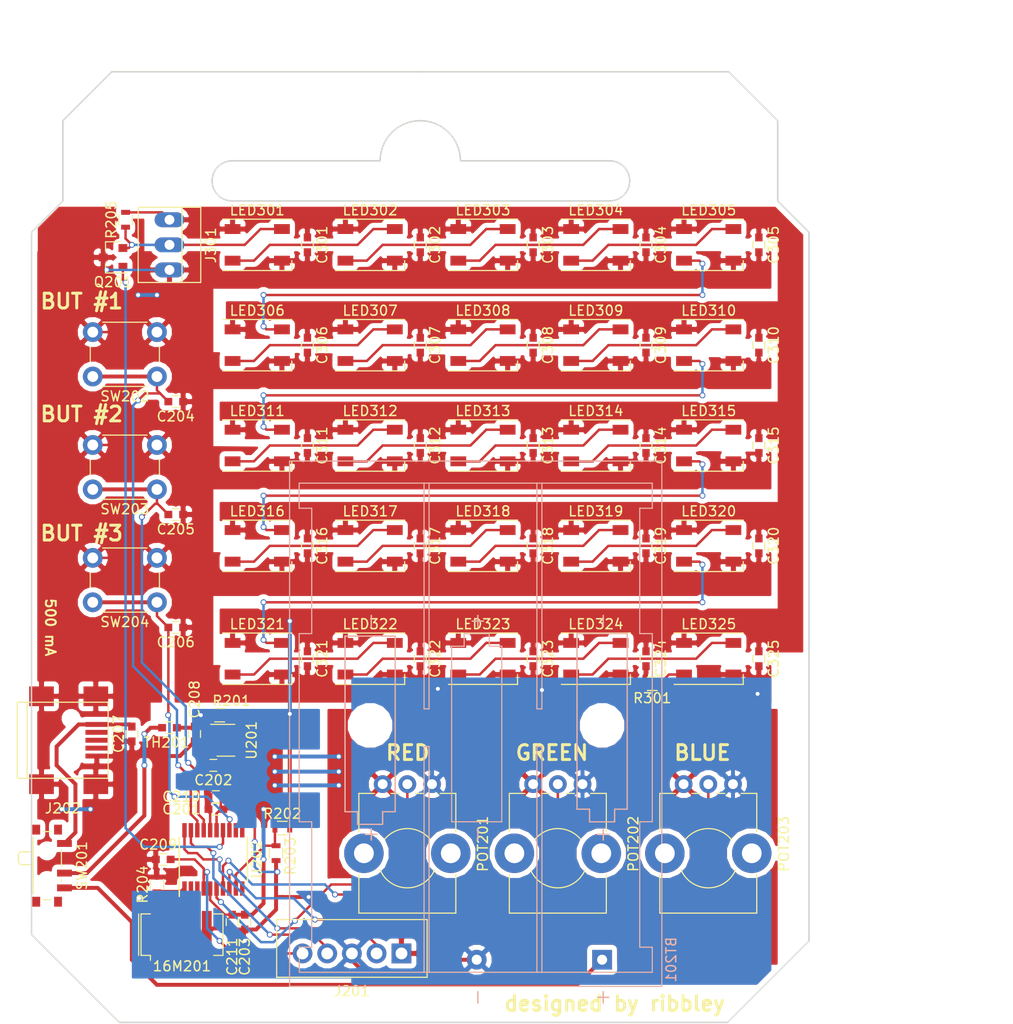
<source format=kicad_pcb>
(kicad_pcb (version 4) (host pcbnew 4.0.7-e0-6372~58~ubuntu16.10.1)
  (layers (0 F.Cu signal) (31 B.Cu signal) (34 B.Paste user) (35 F.Paste user) (36 B.SilkS user) (37 F.SilkS user) (38 B.Mask user) (39 F.Mask user) (44 Edge.Cuts user))
  (net 0 "")
  (net 1 GND)
  (net 2 "Net-(16M201-Pad1)")
  (net 3 "Net-(16M201-Pad2)")
  (net 4 "Net-(BT201-Pad1)")
  (net 5 +3V3)
  (net 6 "Net-(C202-Pad1)")
  (net 7 BUT1_IN)
  (net 8 BUT2_IN)
  (net 9 BUT3_IN)
  (net 10 "Net-(C207-Pad1)")
  (net 11 VBUS)
  (net 12 NRST)
  (net 13 SWCLK)
  (net 14 SWDIO)
  (net 15 "Net-(J202-Pad2)")
  (net 16 "Net-(J202-Pad3)")
  (net 17 "Net-(J202-Pad4)")
  (net 18 "/LED Matrix/SER_INPUT")
  (net 19 "Net-(LED301-Pad2)")
  (net 20 "Net-(LED302-Pad2)")
  (net 21 "Net-(LED303-Pad2)")
  (net 22 "Net-(LED304-Pad2)")
  (net 23 "Net-(LED305-Pad2)")
  (net 24 "Net-(LED306-Pad2)")
  (net 25 "Net-(LED307-Pad2)")
  (net 26 "Net-(LED308-Pad2)")
  (net 27 "Net-(LED309-Pad2)")
  (net 28 "Net-(LED310-Pad2)")
  (net 29 "Net-(LED311-Pad2)")
  (net 30 "Net-(LED312-Pad2)")
  (net 31 "Net-(LED313-Pad2)")
  (net 32 "Net-(LED314-Pad2)")
  (net 33 "Net-(LED315-Pad2)")
  (net 34 "Net-(LED316-Pad2)")
  (net 35 "Net-(LED317-Pad2)")
  (net 36 "Net-(LED318-Pad2)")
  (net 37 "Net-(LED319-Pad2)")
  (net 38 "Net-(LED320-Pad2)")
  (net 39 "Net-(LED321-Pad2)")
  (net 40 "Net-(LED322-Pad2)")
  (net 41 "Net-(LED323-Pad2)")
  (net 42 "Net-(LED324-Pad2)")
  (net 43 "Net-(LED325-Pad2)")
  (net 44 RED_ANALOG)
  (net 45 GREEN_ANALOG)
  (net 46 BLUE_ANALOG)
  (net 47 SER_OUT_INVERTED)
  (net 48 "Net-(R201-Pad2)")
  (net 49 VCC_SENSE)
  (net 50 "Net-(R204-Pad1)")
  (net 51 "Net-(SW201-Pad2)")
  (net 52 "Net-(U202-Pad10)")
  (net 53 "Net-(U202-Pad11)")
  (net 54 "Net-(U202-Pad12)")
  (module Resistors_SMD:R_0603 (layer F.Cu) (at 172.085 83.82 180)
    (fp_text reference R301 (at 0 -1.45 180) (layer F.SilkS))
    (fp_text value 4.7M)
    (pad 1 smd rect (at -0.75 0 180) (size 0.5 0.9) (layers F.Cu F.Paste F.Mask) (net 43 "Net-(LED325-Pad2)"))
    (pad 2 smd rect (at 0.75 0 180) (size 0.5 0.9) (layers F.Cu F.Paste F.Mask) (net 1 GND))
  )
  (module Crystals:Resonator_SMD_muRata_SFSKA-3pin_7.9x3.8mm (layer F.Cu) (at 124.46 109.22)
    (fp_text reference 16M201 (at 0 3.2) (layer F.SilkS))
    (fp_text value Crystal_GND3)
    (pad 1 smd rect (at -2.5 0) (size 1 4.8) (layers F.Cu F.Paste F.Mask) (net 2 "Net-(16M201-Pad1)"))
    (pad 2 smd rect (at 0 0) (size 1 4.8) (layers F.Cu F.Paste F.Mask) (net 3 "Net-(16M201-Pad2)"))
    (pad 3 smd rect (at 2.5 0) (size 1 4.8) (layers F.Cu F.Paste F.Mask) (net 1 GND))
  )
  (module Battery_Holders:Keystone_2479_3xAAA (layer B.Cu) (at 167.005 111.76 90)
    (fp_text reference BT201 (at 0 7 270) (layer B.SilkS) (effects (justify mirror)))
    (fp_text value Battery)
    (fp_text user + (at 12.7 0 90) (layer B.SilkS) (effects (font (size 1.5 1.5)) (justify mirror)))
    (fp_text user + (at 34.29 -12.7 90) (layer B.SilkS) (effects (font (size 1.5 1.5)) (justify mirror)))
    (fp_text user + (at 12.7 -23.495 90) (layer B.SilkS) (effects (font (size 1.5 1.5)) (justify mirror)))
    (fp_text user - (at 12.7 -12.7 90) (layer B.SilkS) (effects (font (size 1.5 1.5)) (justify mirror)))
    (fp_text user - (at 34.29 -23.495 90) (layer B.SilkS) (effects (font (size 1.5 1.5)) (justify mirror)))
    (fp_text user - (at 34.29 0 90) (layer B.SilkS) (effects (font (size 1.5 1.5)) (justify mirror)))
    (fp_text user - (at -3.81 -12.7 90) (layer B.SilkS) (effects (font (size 1.5 1.5)) (justify mirror)))
    (fp_text user + (at -3.81 0 90) (layer B.SilkS) (effects (font (size 1.5 1.5)) (justify mirror)))
    (pad 1 thru_hole rect (at 0 0 90) (size 2 2) (drill 1.02) (layers *.Cu *.Mask) (net 4 "Net-(BT201-Pad1)"))
    (pad 2 thru_hole circle (at 0 -12.7 90) (size 2 2) (drill 1.02) (layers *.Cu *.Mask) (net 1 GND))
    (pad "" np_thru_hole circle (at 23.7236 -23.495 90) (size 3.5 3.5) (drill 3.5) (layers *.Cu *.Mask))
    (pad "" np_thru_hole circle (at 23.7236 0 90) (size 3.5 3.5) (drill 3.5) (layers *.Cu *.Mask))
  )
  (module Capacitors_SMD:C_0603 (layer F.Cu) (at 127.889 96.52 180)
    (fp_text reference C201 (at 3.5 0 180) (layer F.SilkS))
    (fp_text value 100n)
    (pad 2 smd rect (at 0.75 0 180) (size 0.8 0.75) (layers F.Cu F.Paste F.Mask) (net 5 +3V3))
    (pad 1 smd rect (at -0.75 0 180) (size 0.8 0.75) (layers F.Cu F.Paste F.Mask) (net 1 GND))
  )
  (module Capacitors_SMD:C_0603 (layer F.Cu) (at 127.635 92.075 180)
    (fp_text reference C202 (at 0 -1.5 180) (layer F.SilkS))
    (fp_text value 100n)
    (pad 2 smd rect (at 0.75 0 180) (size 0.8 0.75) (layers F.Cu F.Paste F.Mask) (net 1 GND))
    (pad 1 smd rect (at -0.75 0 180) (size 0.8 0.75) (layers F.Cu F.Paste F.Mask) (net 6 "Net-(C202-Pad1)"))
  )
  (module Capacitors_SMD:C_0603 (layer F.Cu) (at 130.81 107.95 270)
    (fp_text reference C203 (at 3.5 0 270) (layer F.SilkS))
    (fp_text value 1u)
    (pad 2 smd rect (at 0.75 0 270) (size 0.8 0.75) (layers F.Cu F.Paste F.Mask) (net 1 GND))
    (pad 1 smd rect (at -0.75 0 270) (size 0.8 0.75) (layers F.Cu F.Paste F.Mask) (net 5 +3V3))
  )
  (module Capacitors_SMD:C_0603 (layer F.Cu) (at 123.825 55.245)
    (fp_text reference C204 (at 0 1.5) (layer F.SilkS))
    (fp_text value 10n)
    (pad 2 smd rect (at 0.75 0) (size 0.8 0.75) (layers F.Cu F.Paste F.Mask) (net 1 GND))
    (pad 1 smd rect (at -0.75 0) (size 0.8 0.75) (layers F.Cu F.Paste F.Mask) (net 7 BUT1_IN))
  )
  (module Capacitors_SMD:C_0603 (layer F.Cu) (at 123.825 66.675)
    (fp_text reference C205 (at 0 1.5) (layer F.SilkS))
    (fp_text value 10n)
    (pad 2 smd rect (at 0.75 0) (size 0.8 0.75) (layers F.Cu F.Paste F.Mask) (net 1 GND))
    (pad 1 smd rect (at -0.75 0) (size 0.8 0.75) (layers F.Cu F.Paste F.Mask) (net 8 BUT2_IN))
  )
  (module Capacitors_SMD:C_0603 (layer F.Cu) (at 123.825 78.105)
    (fp_text reference C206 (at 0 1.5) (layer F.SilkS))
    (fp_text value 10n)
    (pad 2 smd rect (at 0.75 0) (size 0.8 0.75) (layers F.Cu F.Paste F.Mask) (net 1 GND))
    (pad 1 smd rect (at -0.75 0) (size 0.8 0.75) (layers F.Cu F.Paste F.Mask) (net 9 BUT3_IN))
  )
  (module Capacitors_SMD:C_0603 (layer F.Cu) (at 119.38 88.9 270)
    (fp_text reference C207 (at 0 1.35 270) (layer F.SilkS))
    (fp_text value 10u)
    (pad 2 smd rect (at 0.75 0 270) (size 0.8 0.75) (layers F.Cu F.Paste F.Mask) (net 1 GND))
    (pad 1 smd rect (at -0.75 0 270) (size 0.8 0.75) (layers F.Cu F.Paste F.Mask) (net 10 "Net-(C207-Pad1)"))
  )
  (module Capacitors_SMD:C_0603 (layer F.Cu) (at 125.73 88.9 270)
    (fp_text reference C208 (at -3.5 0 270) (layer F.SilkS))
    (fp_text value 10u)
    (pad 2 smd rect (at 0.75 0 270) (size 0.8 0.75) (layers F.Cu F.Paste F.Mask) (net 1 GND))
    (pad 1 smd rect (at -0.75 0 270) (size 0.8 0.75) (layers F.Cu F.Paste F.Mask) (net 11 VBUS))
  )
  (module Capacitors_SMD:C_0603 (layer F.Cu) (at 122.555 101.6)
    (fp_text reference C209 (at -0.5 -1.5) (layer F.SilkS))
    (fp_text value 100n)
    (pad 2 smd rect (at 0.75 0) (size 0.8 0.75) (layers F.Cu F.Paste F.Mask) (net 12 NRST))
    (pad 1 smd rect (at -0.75 0) (size 0.8 0.75) (layers F.Cu F.Paste F.Mask) (net 1 GND))
  )
  (module Capacitors_SMD:C_0603 (layer F.Cu) (at 127.889 95.25 180)
    (fp_text reference C210 (at 3.5 0 180) (layer F.SilkS))
    (fp_text value 4.7u)
    (pad 2 smd rect (at 0.75 0 180) (size 0.8 0.75) (layers F.Cu F.Paste F.Mask) (net 5 +3V3))
    (pad 1 smd rect (at -0.75 0 180) (size 0.8 0.75) (layers F.Cu F.Paste F.Mask) (net 1 GND))
  )
  (module Capacitors_SMD:C_0603 (layer F.Cu) (at 129.54 107.95 270)
    (fp_text reference C211 (at 3.5 0 270) (layer F.SilkS))
    (fp_text value 10n)
    (pad 2 smd rect (at 0.75 0 270) (size 0.8 0.75) (layers F.Cu F.Paste F.Mask) (net 1 GND))
    (pad 1 smd rect (at -0.75 0 270) (size 0.8 0.75) (layers F.Cu F.Paste F.Mask) (net 5 +3V3))
  )
  (module Capacitors_SMD:C_0603 (layer F.Cu) (at 137.16 39.37 270)
    (fp_text reference C301 (at 0 -1.5 270) (layer F.SilkS))
    (fp_text value 100n)
    (pad 2 smd rect (at 0.75 0 270) (size 0.8 0.75) (layers F.Cu F.Paste F.Mask) (net 1 GND))
    (pad 1 smd rect (at -0.75 0 270) (size 0.8 0.75) (layers F.Cu F.Paste F.Mask) (net 11 VBUS))
  )
  (module Capacitors_SMD:C_0603 (layer F.Cu) (at 148.59 39.37 270)
    (fp_text reference C302 (at 0 -1.5 270) (layer F.SilkS))
    (fp_text value 100n)
    (pad 2 smd rect (at 0.75 0 270) (size 0.8 0.75) (layers F.Cu F.Paste F.Mask) (net 1 GND))
    (pad 1 smd rect (at -0.75 0 270) (size 0.8 0.75) (layers F.Cu F.Paste F.Mask) (net 11 VBUS))
  )
  (module Capacitors_SMD:C_0603 (layer F.Cu) (at 160.02 39.37 270)
    (fp_text reference C303 (at 0 -1.5 270) (layer F.SilkS))
    (fp_text value 100n)
    (pad 2 smd rect (at 0.75 0 270) (size 0.8 0.75) (layers F.Cu F.Paste F.Mask) (net 1 GND))
    (pad 1 smd rect (at -0.75 0 270) (size 0.8 0.75) (layers F.Cu F.Paste F.Mask) (net 11 VBUS))
  )
  (module Capacitors_SMD:C_0603 (layer F.Cu) (at 171.45 39.37 270)
    (fp_text reference C304 (at 0 -1.5 270) (layer F.SilkS))
    (fp_text value 100n)
    (pad 2 smd rect (at 0.75 0 270) (size 0.8 0.75) (layers F.Cu F.Paste F.Mask) (net 1 GND))
    (pad 1 smd rect (at -0.75 0 270) (size 0.8 0.75) (layers F.Cu F.Paste F.Mask) (net 11 VBUS))
  )
  (module Capacitors_SMD:C_0603 (layer F.Cu) (at 182.88 39.37 270)
    (fp_text reference C305 (at 0 -1.5 270) (layer F.SilkS))
    (fp_text value 100n)
    (pad 2 smd rect (at 0.75 0 270) (size 0.8 0.75) (layers F.Cu F.Paste F.Mask) (net 1 GND))
    (pad 1 smd rect (at -0.75 0 270) (size 0.8 0.75) (layers F.Cu F.Paste F.Mask) (net 11 VBUS))
  )
  (module Capacitors_SMD:C_0603 (layer F.Cu) (at 137.16 49.53 270)
    (fp_text reference C306 (at 0 -1.5 270) (layer F.SilkS))
    (fp_text value 100n)
    (pad 2 smd rect (at 0.75 0 270) (size 0.8 0.75) (layers F.Cu F.Paste F.Mask) (net 1 GND))
    (pad 1 smd rect (at -0.75 0 270) (size 0.8 0.75) (layers F.Cu F.Paste F.Mask) (net 11 VBUS))
  )
  (module Capacitors_SMD:C_0603 (layer F.Cu) (at 148.59 49.53 270)
    (fp_text reference C307 (at 0 -1.5 270) (layer F.SilkS))
    (fp_text value 100n)
    (pad 2 smd rect (at 0.75 0 270) (size 0.8 0.75) (layers F.Cu F.Paste F.Mask) (net 1 GND))
    (pad 1 smd rect (at -0.75 0 270) (size 0.8 0.75) (layers F.Cu F.Paste F.Mask) (net 11 VBUS))
  )
  (module Capacitors_SMD:C_0603 (layer F.Cu) (at 160.02 49.53 270)
    (fp_text reference C308 (at 0 -1.5 270) (layer F.SilkS))
    (fp_text value 100n)
    (pad 2 smd rect (at 0.75 0 270) (size 0.8 0.75) (layers F.Cu F.Paste F.Mask) (net 1 GND))
    (pad 1 smd rect (at -0.75 0 270) (size 0.8 0.75) (layers F.Cu F.Paste F.Mask) (net 11 VBUS))
  )
  (module Capacitors_SMD:C_0603 (layer F.Cu) (at 171.45 49.53 270)
    (fp_text reference C309 (at 0 -1.5 270) (layer F.SilkS))
    (fp_text value 100n)
    (pad 2 smd rect (at 0.75 0 270) (size 0.8 0.75) (layers F.Cu F.Paste F.Mask) (net 1 GND))
    (pad 1 smd rect (at -0.75 0 270) (size 0.8 0.75) (layers F.Cu F.Paste F.Mask) (net 11 VBUS))
  )
  (module Capacitors_SMD:C_0603 (layer F.Cu) (at 182.88 49.53 270)
    (fp_text reference C310 (at 0 -1.5 270) (layer F.SilkS))
    (fp_text value 100n)
    (pad 2 smd rect (at 0.75 0 270) (size 0.8 0.75) (layers F.Cu F.Paste F.Mask) (net 1 GND))
    (pad 1 smd rect (at -0.75 0 270) (size 0.8 0.75) (layers F.Cu F.Paste F.Mask) (net 11 VBUS))
  )
  (module Capacitors_SMD:C_0603 (layer F.Cu) (at 137.16 59.69 270)
    (fp_text reference C311 (at 0 -1.5 270) (layer F.SilkS))
    (fp_text value 100n)
    (pad 2 smd rect (at 0.75 0 270) (size 0.8 0.75) (layers F.Cu F.Paste F.Mask) (net 1 GND))
    (pad 1 smd rect (at -0.75 0 270) (size 0.8 0.75) (layers F.Cu F.Paste F.Mask) (net 11 VBUS))
  )
  (module Capacitors_SMD:C_0603 (layer F.Cu) (at 148.59 59.69 270)
    (fp_text reference C312 (at 0 -1.5 270) (layer F.SilkS))
    (fp_text value 100n)
    (pad 2 smd rect (at 0.75 0 270) (size 0.8 0.75) (layers F.Cu F.Paste F.Mask) (net 1 GND))
    (pad 1 smd rect (at -0.75 0 270) (size 0.8 0.75) (layers F.Cu F.Paste F.Mask) (net 11 VBUS))
  )
  (module Capacitors_SMD:C_0603 (layer F.Cu) (at 160.02 59.69 270)
    (fp_text reference C313 (at 0 -1.5 270) (layer F.SilkS))
    (fp_text value 100n)
    (pad 2 smd rect (at 0.75 0 270) (size 0.8 0.75) (layers F.Cu F.Paste F.Mask) (net 1 GND))
    (pad 1 smd rect (at -0.75 0 270) (size 0.8 0.75) (layers F.Cu F.Paste F.Mask) (net 11 VBUS))
  )
  (module Capacitors_SMD:C_0603 (layer F.Cu) (at 171.45 59.69 270)
    (fp_text reference C314 (at 0 -1.5 270) (layer F.SilkS))
    (fp_text value 100n)
    (pad 2 smd rect (at 0.75 0 270) (size 0.8 0.75) (layers F.Cu F.Paste F.Mask) (net 1 GND))
    (pad 1 smd rect (at -0.75 0 270) (size 0.8 0.75) (layers F.Cu F.Paste F.Mask) (net 11 VBUS))
  )
  (module Capacitors_SMD:C_0603 (layer F.Cu) (at 182.88 59.69 270)
    (fp_text reference C315 (at 0 -1.5 270) (layer F.SilkS))
    (fp_text value 100n)
    (pad 2 smd rect (at 0.75 0 270) (size 0.8 0.75) (layers F.Cu F.Paste F.Mask) (net 1 GND))
    (pad 1 smd rect (at -0.75 0 270) (size 0.8 0.75) (layers F.Cu F.Paste F.Mask) (net 11 VBUS))
  )
  (module Capacitors_SMD:C_0603 (layer F.Cu) (at 137.16 69.85 270)
    (fp_text reference C316 (at 0 -1.5 270) (layer F.SilkS))
    (fp_text value 100n)
    (pad 2 smd rect (at 0.75 0 270) (size 0.8 0.75) (layers F.Cu F.Paste F.Mask) (net 1 GND))
    (pad 1 smd rect (at -0.75 0 270) (size 0.8 0.75) (layers F.Cu F.Paste F.Mask) (net 11 VBUS))
  )
  (module Capacitors_SMD:C_0603 (layer F.Cu) (at 148.59 69.85 270)
    (fp_text reference C317 (at 0 -1.5 270) (layer F.SilkS))
    (fp_text value 100n)
    (pad 2 smd rect (at 0.75 0 270) (size 0.8 0.75) (layers F.Cu F.Paste F.Mask) (net 1 GND))
    (pad 1 smd rect (at -0.75 0 270) (size 0.8 0.75) (layers F.Cu F.Paste F.Mask) (net 11 VBUS))
  )
  (module Capacitors_SMD:C_0603 (layer F.Cu) (at 160.02 69.85 270)
    (fp_text reference C318 (at 0 -1.5 270) (layer F.SilkS))
    (fp_text value 100n)
    (pad 2 smd rect (at 0.75 0 270) (size 0.8 0.75) (layers F.Cu F.Paste F.Mask) (net 1 GND))
    (pad 1 smd rect (at -0.75 0 270) (size 0.8 0.75) (layers F.Cu F.Paste F.Mask) (net 11 VBUS))
  )
  (module Capacitors_SMD:C_0603 (layer F.Cu) (at 171.45 69.85 270)
    (fp_text reference C319 (at 0 -1.5 270) (layer F.SilkS))
    (fp_text value 100n)
    (pad 2 smd rect (at 0.75 0 270) (size 0.8 0.75) (layers F.Cu F.Paste F.Mask) (net 1 GND))
    (pad 1 smd rect (at -0.75 0 270) (size 0.8 0.75) (layers F.Cu F.Paste F.Mask) (net 11 VBUS))
  )
  (module Capacitors_SMD:C_0603 (layer F.Cu) (at 182.88 69.85 270)
    (fp_text reference C320 (at 0 -1.5 270) (layer F.SilkS))
    (fp_text value 100n)
    (pad 2 smd rect (at 0.75 0 270) (size 0.8 0.75) (layers F.Cu F.Paste F.Mask) (net 1 GND))
    (pad 1 smd rect (at -0.75 0 270) (size 0.8 0.75) (layers F.Cu F.Paste F.Mask) (net 11 VBUS))
  )
  (module Capacitors_SMD:C_0603 (layer F.Cu) (at 137.16 81.28 270)
    (fp_text reference C321 (at 0 -1.5 270) (layer F.SilkS))
    (fp_text value 100n)
    (pad 2 smd rect (at 0.75 0 270) (size 0.8 0.75) (layers F.Cu F.Paste F.Mask) (net 1 GND))
    (pad 1 smd rect (at -0.75 0 270) (size 0.8 0.75) (layers F.Cu F.Paste F.Mask) (net 11 VBUS))
  )
  (module Capacitors_SMD:C_0603 (layer F.Cu) (at 148.59 81.28 270)
    (fp_text reference C322 (at 0 -1.5 270) (layer F.SilkS))
    (fp_text value 100n)
    (pad 2 smd rect (at 0.75 0 270) (size 0.8 0.75) (layers F.Cu F.Paste F.Mask) (net 1 GND))
    (pad 1 smd rect (at -0.75 0 270) (size 0.8 0.75) (layers F.Cu F.Paste F.Mask) (net 11 VBUS))
  )
  (module Capacitors_SMD:C_0603 (layer F.Cu) (at 160.02 81.28 270)
    (fp_text reference C323 (at 0 -1.5 270) (layer F.SilkS))
    (fp_text value 100n)
    (pad 2 smd rect (at 0.75 0 270) (size 0.8 0.75) (layers F.Cu F.Paste F.Mask) (net 1 GND))
    (pad 1 smd rect (at -0.75 0 270) (size 0.8 0.75) (layers F.Cu F.Paste F.Mask) (net 11 VBUS))
  )
  (module Capacitors_SMD:C_0603 (layer F.Cu) (at 171.45 81.28 270)
    (fp_text reference C324 (at 0 -1.5 270) (layer F.SilkS))
    (fp_text value 100n)
    (pad 2 smd rect (at 0.75 0 270) (size 0.8 0.75) (layers F.Cu F.Paste F.Mask) (net 1 GND))
    (pad 1 smd rect (at -0.75 0 270) (size 0.8 0.75) (layers F.Cu F.Paste F.Mask) (net 11 VBUS))
  )
  (module Capacitors_SMD:C_0603 (layer F.Cu) (at 182.88 81.28 270)
    (fp_text reference C325 (at 0 -1.5 270) (layer F.SilkS))
    (fp_text value 100n)
    (pad 2 smd rect (at 0.75 0 270) (size 0.8 0.75) (layers F.Cu F.Paste F.Mask) (net 1 GND))
    (pad 1 smd rect (at -0.75 0 270) (size 0.8 0.75) (layers F.Cu F.Paste F.Mask) (net 11 VBUS))
  )
  (module Connectors:Wafer_Vertical15x5.8x7RM2.5-5 (layer F.Cu) (at 146.685 111.125 180)
    (fp_text reference J201 (at 5.02 -3.81 180) (layer F.SilkS))
    (fp_text value CONN_01X05)
    (pad 1 thru_hole rect (at 0 0 180) (size 2 2) (drill 1.2) (layers *.Cu *.Mask) (net 5 +3V3))
    (pad 2 thru_hole circle (at 2.52 0 180) (size 2 2) (drill 1.2) (layers *.Cu *.Mask) (net 13 SWCLK))
    (pad 3 thru_hole circle (at 5.02 0 180) (size 2 2) (drill 1.2) (layers *.Cu *.Mask) (net 1 GND))
    (pad 4 thru_hole circle (at 7.52 0 180) (size 2 2) (drill 1.2) (layers *.Cu *.Mask) (net 14 SWDIO))
    (pad 5 thru_hole circle (at 10.02 0 180) (size 2 2) (drill 1.2) (layers *.Cu *.Mask) (net 12 NRST))
  )
  (module Connectors:USB_Mini-B (layer F.Cu) (at 113.03 89.535)
    (fp_text reference J202 (at -0.65 6.9) (layer F.SilkS))
    (fp_text value USB_OTG)
    (pad 1 smd rect (at 2.8 -1.6) (size 2.3 0.5) (layers F.Cu F.Paste F.Mask) (net 10 "Net-(C207-Pad1)"))
    (pad 2 smd rect (at 2.8 -0.8) (size 2.3 0.5) (layers F.Cu F.Paste F.Mask) (net 15 "Net-(J202-Pad2)"))
    (pad 3 smd rect (at 2.8 0) (size 2.3 0.5) (layers F.Cu F.Paste F.Mask) (net 16 "Net-(J202-Pad3)"))
    (pad 4 smd rect (at 2.8 0.8) (size 2.3 0.5) (layers F.Cu F.Paste F.Mask) (net 17 "Net-(J202-Pad4)"))
    (pad 5 smd rect (at 2.8 1.6) (size 2.3 0.5) (layers F.Cu F.Paste F.Mask) (net 1 GND))
    (pad 6 smd rect (at 2.7 -4.45) (size 2.5 2) (layers F.Cu F.Paste F.Mask) (net 1 GND))
    (pad 6 smd rect (at -2.8 -4.45) (size 2.5 2) (layers F.Cu F.Paste F.Mask) (net 1 GND))
    (pad 6 smd rect (at 2.7 4.45) (size 2.5 2) (layers F.Cu F.Paste F.Mask) (net 1 GND))
    (pad 6 smd rect (at -2.8 4.45) (size 2.5 2) (layers F.Cu F.Paste F.Mask) (net 1 GND))
    (pad "" np_thru_hole circle (at 0.2 -2.2) (size 0.9 0.9) (drill 0.9) (layers *.Cu *.Mask))
    (pad "" np_thru_hole circle (at 0.2 2.2) (size 0.9 0.9) (drill 0.9) (layers *.Cu *.Mask))
  )
  (module Connectors:PINHEAD1-3 (layer F.Cu) (at 123.19 36.83 270)
    (fp_text reference J301 (at 2.59 -4.2 270) (layer F.SilkS))
    (fp_text value CONN_01X03_FEMALE)
    (pad 1 thru_hole oval (at 0 0 270) (size 1.51 3.01) (drill 1) (layers *.Cu *.Mask) (net 11 VBUS))
    (pad 2 thru_hole oval (at 2.54 0 270) (size 1.51 3.01) (drill 1) (layers *.Cu *.Mask) (net 18 "/LED Matrix/SER_INPUT"))
    (pad 3 thru_hole oval (at 5.08 0 270) (size 1.51 3.01) (drill 1) (layers *.Cu *.Mask) (net 1 GND))
  )
  (module LEDs:LED_WS2812B-PLCC4 (layer F.Cu) (at 132.08 39.37)
    (fp_text reference LED301 (at 0 -3.5) (layer F.SilkS))
    (fp_text value WS2812B)
    (pad 3 smd rect (at 2.5 1.6) (size 1.6 1) (layers F.Cu F.Paste F.Mask) (net 1 GND))
    (pad 4 smd rect (at 2.5 -1.6) (size 1.6 1) (layers F.Cu F.Paste F.Mask) (net 18 "/LED Matrix/SER_INPUT"))
    (pad 2 smd rect (at -2.5 1.6) (size 1.6 1) (layers F.Cu F.Paste F.Mask) (net 19 "Net-(LED301-Pad2)"))
    (pad 1 smd rect (at -2.5 -1.6) (size 1.6 1) (layers F.Cu F.Paste F.Mask) (net 11 VBUS))
  )
  (module LEDs:LED_WS2812B-PLCC4 (layer F.Cu) (at 143.51 39.37)
    (fp_text reference LED302 (at 0 -3.5) (layer F.SilkS))
    (fp_text value WS2812B)
    (pad 3 smd rect (at 2.5 1.6) (size 1.6 1) (layers F.Cu F.Paste F.Mask) (net 1 GND))
    (pad 4 smd rect (at 2.5 -1.6) (size 1.6 1) (layers F.Cu F.Paste F.Mask) (net 19 "Net-(LED301-Pad2)"))
    (pad 2 smd rect (at -2.5 1.6) (size 1.6 1) (layers F.Cu F.Paste F.Mask) (net 20 "Net-(LED302-Pad2)"))
    (pad 1 smd rect (at -2.5 -1.6) (size 1.6 1) (layers F.Cu F.Paste F.Mask) (net 11 VBUS))
  )
  (module LEDs:LED_WS2812B-PLCC4 (layer F.Cu) (at 154.94 39.37)
    (fp_text reference LED303 (at 0 -3.5) (layer F.SilkS))
    (fp_text value WS2812B)
    (pad 3 smd rect (at 2.5 1.6) (size 1.6 1) (layers F.Cu F.Paste F.Mask) (net 1 GND))
    (pad 4 smd rect (at 2.5 -1.6) (size 1.6 1) (layers F.Cu F.Paste F.Mask) (net 20 "Net-(LED302-Pad2)"))
    (pad 2 smd rect (at -2.5 1.6) (size 1.6 1) (layers F.Cu F.Paste F.Mask) (net 21 "Net-(LED303-Pad2)"))
    (pad 1 smd rect (at -2.5 -1.6) (size 1.6 1) (layers F.Cu F.Paste F.Mask) (net 11 VBUS))
  )
  (module LEDs:LED_WS2812B-PLCC4 (layer F.Cu) (at 166.37 39.37)
    (fp_text reference LED304 (at 0 -3.5) (layer F.SilkS))
    (fp_text value WS2812B)
    (pad 3 smd rect (at 2.5 1.6) (size 1.6 1) (layers F.Cu F.Paste F.Mask) (net 1 GND))
    (pad 4 smd rect (at 2.5 -1.6) (size 1.6 1) (layers F.Cu F.Paste F.Mask) (net 21 "Net-(LED303-Pad2)"))
    (pad 2 smd rect (at -2.5 1.6) (size 1.6 1) (layers F.Cu F.Paste F.Mask) (net 22 "Net-(LED304-Pad2)"))
    (pad 1 smd rect (at -2.5 -1.6) (size 1.6 1) (layers F.Cu F.Paste F.Mask) (net 11 VBUS))
  )
  (module LEDs:LED_WS2812B-PLCC4 (layer F.Cu) (at 177.8 39.37)
    (fp_text reference LED305 (at 0 -3.5) (layer F.SilkS))
    (fp_text value WS2812B)
    (pad 3 smd rect (at 2.5 1.6) (size 1.6 1) (layers F.Cu F.Paste F.Mask) (net 1 GND))
    (pad 4 smd rect (at 2.5 -1.6) (size 1.6 1) (layers F.Cu F.Paste F.Mask) (net 22 "Net-(LED304-Pad2)"))
    (pad 2 smd rect (at -2.5 1.6) (size 1.6 1) (layers F.Cu F.Paste F.Mask) (net 23 "Net-(LED305-Pad2)"))
    (pad 1 smd rect (at -2.5 -1.6) (size 1.6 1) (layers F.Cu F.Paste F.Mask) (net 11 VBUS))
  )
  (module LEDs:LED_WS2812B-PLCC4 (layer F.Cu) (at 132.08 49.53)
    (fp_text reference LED306 (at 0 -3.5) (layer F.SilkS))
    (fp_text value WS2812B)
    (pad 3 smd rect (at 2.5 1.6) (size 1.6 1) (layers F.Cu F.Paste F.Mask) (net 1 GND))
    (pad 4 smd rect (at 2.5 -1.6) (size 1.6 1) (layers F.Cu F.Paste F.Mask) (net 23 "Net-(LED305-Pad2)"))
    (pad 2 smd rect (at -2.5 1.6) (size 1.6 1) (layers F.Cu F.Paste F.Mask) (net 24 "Net-(LED306-Pad2)"))
    (pad 1 smd rect (at -2.5 -1.6) (size 1.6 1) (layers F.Cu F.Paste F.Mask) (net 11 VBUS))
  )
  (module LEDs:LED_WS2812B-PLCC4 (layer F.Cu) (at 143.51 49.53)
    (fp_text reference LED307 (at 0 -3.5) (layer F.SilkS))
    (fp_text value WS2812B)
    (pad 3 smd rect (at 2.5 1.6) (size 1.6 1) (layers F.Cu F.Paste F.Mask) (net 1 GND))
    (pad 4 smd rect (at 2.5 -1.6) (size 1.6 1) (layers F.Cu F.Paste F.Mask) (net 24 "Net-(LED306-Pad2)"))
    (pad 2 smd rect (at -2.5 1.6) (size 1.6 1) (layers F.Cu F.Paste F.Mask) (net 25 "Net-(LED307-Pad2)"))
    (pad 1 smd rect (at -2.5 -1.6) (size 1.6 1) (layers F.Cu F.Paste F.Mask) (net 11 VBUS))
  )
  (module LEDs:LED_WS2812B-PLCC4 (layer F.Cu) (at 154.94 49.53)
    (fp_text reference LED308 (at 0 -3.5) (layer F.SilkS))
    (fp_text value WS2812B)
    (pad 3 smd rect (at 2.5 1.6) (size 1.6 1) (layers F.Cu F.Paste F.Mask) (net 1 GND))
    (pad 4 smd rect (at 2.5 -1.6) (size 1.6 1) (layers F.Cu F.Paste F.Mask) (net 25 "Net-(LED307-Pad2)"))
    (pad 2 smd rect (at -2.5 1.6) (size 1.6 1) (layers F.Cu F.Paste F.Mask) (net 26 "Net-(LED308-Pad2)"))
    (pad 1 smd rect (at -2.5 -1.6) (size 1.6 1) (layers F.Cu F.Paste F.Mask) (net 11 VBUS))
  )
  (module LEDs:LED_WS2812B-PLCC4 (layer F.Cu) (at 166.37 49.53)
    (fp_text reference LED309 (at 0 -3.5) (layer F.SilkS))
    (fp_text value WS2812B)
    (pad 3 smd rect (at 2.5 1.6) (size 1.6 1) (layers F.Cu F.Paste F.Mask) (net 1 GND))
    (pad 4 smd rect (at 2.5 -1.6) (size 1.6 1) (layers F.Cu F.Paste F.Mask) (net 26 "Net-(LED308-Pad2)"))
    (pad 2 smd rect (at -2.5 1.6) (size 1.6 1) (layers F.Cu F.Paste F.Mask) (net 27 "Net-(LED309-Pad2)"))
    (pad 1 smd rect (at -2.5 -1.6) (size 1.6 1) (layers F.Cu F.Paste F.Mask) (net 11 VBUS))
  )
  (module LEDs:LED_WS2812B-PLCC4 (layer F.Cu) (at 177.8 49.53)
    (fp_text reference LED310 (at 0 -3.5) (layer F.SilkS))
    (fp_text value WS2812B)
    (pad 3 smd rect (at 2.5 1.6) (size 1.6 1) (layers F.Cu F.Paste F.Mask) (net 1 GND))
    (pad 4 smd rect (at 2.5 -1.6) (size 1.6 1) (layers F.Cu F.Paste F.Mask) (net 27 "Net-(LED309-Pad2)"))
    (pad 2 smd rect (at -2.5 1.6) (size 1.6 1) (layers F.Cu F.Paste F.Mask) (net 28 "Net-(LED310-Pad2)"))
    (pad 1 smd rect (at -2.5 -1.6) (size 1.6 1) (layers F.Cu F.Paste F.Mask) (net 11 VBUS))
  )
  (module LEDs:LED_WS2812B-PLCC4 (layer F.Cu) (at 132.08 59.69)
    (fp_text reference LED311 (at 0 -3.5) (layer F.SilkS))
    (fp_text value WS2812B)
    (pad 3 smd rect (at 2.5 1.6) (size 1.6 1) (layers F.Cu F.Paste F.Mask) (net 1 GND))
    (pad 4 smd rect (at 2.5 -1.6) (size 1.6 1) (layers F.Cu F.Paste F.Mask) (net 28 "Net-(LED310-Pad2)"))
    (pad 2 smd rect (at -2.5 1.6) (size 1.6 1) (layers F.Cu F.Paste F.Mask) (net 29 "Net-(LED311-Pad2)"))
    (pad 1 smd rect (at -2.5 -1.6) (size 1.6 1) (layers F.Cu F.Paste F.Mask) (net 11 VBUS))
  )
  (module LEDs:LED_WS2812B-PLCC4 (layer F.Cu) (at 143.51 59.69)
    (fp_text reference LED312 (at 0 -3.5) (layer F.SilkS))
    (fp_text value WS2812B)
    (pad 3 smd rect (at 2.5 1.6) (size 1.6 1) (layers F.Cu F.Paste F.Mask) (net 1 GND))
    (pad 4 smd rect (at 2.5 -1.6) (size 1.6 1) (layers F.Cu F.Paste F.Mask) (net 29 "Net-(LED311-Pad2)"))
    (pad 2 smd rect (at -2.5 1.6) (size 1.6 1) (layers F.Cu F.Paste F.Mask) (net 30 "Net-(LED312-Pad2)"))
    (pad 1 smd rect (at -2.5 -1.6) (size 1.6 1) (layers F.Cu F.Paste F.Mask) (net 11 VBUS))
  )
  (module LEDs:LED_WS2812B-PLCC4 (layer F.Cu) (at 154.94 59.69)
    (fp_text reference LED313 (at 0 -3.5) (layer F.SilkS))
    (fp_text value WS2812B)
    (pad 3 smd rect (at 2.5 1.6) (size 1.6 1) (layers F.Cu F.Paste F.Mask) (net 1 GND))
    (pad 4 smd rect (at 2.5 -1.6) (size 1.6 1) (layers F.Cu F.Paste F.Mask) (net 30 "Net-(LED312-Pad2)"))
    (pad 2 smd rect (at -2.5 1.6) (size 1.6 1) (layers F.Cu F.Paste F.Mask) (net 31 "Net-(LED313-Pad2)"))
    (pad 1 smd rect (at -2.5 -1.6) (size 1.6 1) (layers F.Cu F.Paste F.Mask) (net 11 VBUS))
  )
  (module LEDs:LED_WS2812B-PLCC4 (layer F.Cu) (at 166.37 59.69)
    (fp_text reference LED314 (at 0 -3.5) (layer F.SilkS))
    (fp_text value WS2812B)
    (pad 3 smd rect (at 2.5 1.6) (size 1.6 1) (layers F.Cu F.Paste F.Mask) (net 1 GND))
    (pad 4 smd rect (at 2.5 -1.6) (size 1.6 1) (layers F.Cu F.Paste F.Mask) (net 31 "Net-(LED313-Pad2)"))
    (pad 2 smd rect (at -2.5 1.6) (size 1.6 1) (layers F.Cu F.Paste F.Mask) (net 32 "Net-(LED314-Pad2)"))
    (pad 1 smd rect (at -2.5 -1.6) (size 1.6 1) (layers F.Cu F.Paste F.Mask) (net 11 VBUS))
  )
  (module LEDs:LED_WS2812B-PLCC4 (layer F.Cu) (at 177.8 59.69)
    (fp_text reference LED315 (at 0 -3.5) (layer F.SilkS))
    (fp_text value WS2812B)
    (pad 3 smd rect (at 2.5 1.6) (size 1.6 1) (layers F.Cu F.Paste F.Mask) (net 1 GND))
    (pad 4 smd rect (at 2.5 -1.6) (size 1.6 1) (layers F.Cu F.Paste F.Mask) (net 32 "Net-(LED314-Pad2)"))
    (pad 2 smd rect (at -2.5 1.6) (size 1.6 1) (layers F.Cu F.Paste F.Mask) (net 33 "Net-(LED315-Pad2)"))
    (pad 1 smd rect (at -2.5 -1.6) (size 1.6 1) (layers F.Cu F.Paste F.Mask) (net 11 VBUS))
  )
  (module LEDs:LED_WS2812B-PLCC4 (layer F.Cu) (at 132.08 69.85)
    (fp_text reference LED316 (at 0 -3.5) (layer F.SilkS))
    (fp_text value WS2812B)
    (pad 3 smd rect (at 2.5 1.6) (size 1.6 1) (layers F.Cu F.Paste F.Mask) (net 1 GND))
    (pad 4 smd rect (at 2.5 -1.6) (size 1.6 1) (layers F.Cu F.Paste F.Mask) (net 33 "Net-(LED315-Pad2)"))
    (pad 2 smd rect (at -2.5 1.6) (size 1.6 1) (layers F.Cu F.Paste F.Mask) (net 34 "Net-(LED316-Pad2)"))
    (pad 1 smd rect (at -2.5 -1.6) (size 1.6 1) (layers F.Cu F.Paste F.Mask) (net 11 VBUS))
  )
  (module LEDs:LED_WS2812B-PLCC4 (layer F.Cu) (at 143.51 69.85)
    (fp_text reference LED317 (at 0 -3.5) (layer F.SilkS))
    (fp_text value WS2812B)
    (pad 3 smd rect (at 2.5 1.6) (size 1.6 1) (layers F.Cu F.Paste F.Mask) (net 1 GND))
    (pad 4 smd rect (at 2.5 -1.6) (size 1.6 1) (layers F.Cu F.Paste F.Mask) (net 34 "Net-(LED316-Pad2)"))
    (pad 2 smd rect (at -2.5 1.6) (size 1.6 1) (layers F.Cu F.Paste F.Mask) (net 35 "Net-(LED317-Pad2)"))
    (pad 1 smd rect (at -2.5 -1.6) (size 1.6 1) (layers F.Cu F.Paste F.Mask) (net 11 VBUS))
  )
  (module LEDs:LED_WS2812B-PLCC4 (layer F.Cu) (at 154.94 69.85)
    (fp_text reference LED318 (at 0 -3.5) (layer F.SilkS))
    (fp_text value WS2812B)
    (pad 3 smd rect (at 2.5 1.6) (size 1.6 1) (layers F.Cu F.Paste F.Mask) (net 1 GND))
    (pad 4 smd rect (at 2.5 -1.6) (size 1.6 1) (layers F.Cu F.Paste F.Mask) (net 35 "Net-(LED317-Pad2)"))
    (pad 2 smd rect (at -2.5 1.6) (size 1.6 1) (layers F.Cu F.Paste F.Mask) (net 36 "Net-(LED318-Pad2)"))
    (pad 1 smd rect (at -2.5 -1.6) (size 1.6 1) (layers F.Cu F.Paste F.Mask) (net 11 VBUS))
  )
  (module LEDs:LED_WS2812B-PLCC4 (layer F.Cu) (at 166.37 69.85)
    (fp_text reference LED319 (at 0 -3.5) (layer F.SilkS))
    (fp_text value WS2812B)
    (pad 3 smd rect (at 2.5 1.6) (size 1.6 1) (layers F.Cu F.Paste F.Mask) (net 1 GND))
    (pad 4 smd rect (at 2.5 -1.6) (size 1.6 1) (layers F.Cu F.Paste F.Mask) (net 36 "Net-(LED318-Pad2)"))
    (pad 2 smd rect (at -2.5 1.6) (size 1.6 1) (layers F.Cu F.Paste F.Mask) (net 37 "Net-(LED319-Pad2)"))
    (pad 1 smd rect (at -2.5 -1.6) (size 1.6 1) (layers F.Cu F.Paste F.Mask) (net 11 VBUS))
  )
  (module LEDs:LED_WS2812B-PLCC4 (layer F.Cu) (at 177.8 69.85)
    (fp_text reference LED320 (at 0 -3.5) (layer F.SilkS))
    (fp_text value WS2812B)
    (pad 3 smd rect (at 2.5 1.6) (size 1.6 1) (layers F.Cu F.Paste F.Mask) (net 1 GND))
    (pad 4 smd rect (at 2.5 -1.6) (size 1.6 1) (layers F.Cu F.Paste F.Mask) (net 37 "Net-(LED319-Pad2)"))
    (pad 2 smd rect (at -2.5 1.6) (size 1.6 1) (layers F.Cu F.Paste F.Mask) (net 38 "Net-(LED320-Pad2)"))
    (pad 1 smd rect (at -2.5 -1.6) (size 1.6 1) (layers F.Cu F.Paste F.Mask) (net 11 VBUS))
  )
  (module LEDs:LED_WS2812B-PLCC4 (layer F.Cu) (at 132.08 81.28)
    (fp_text reference LED321 (at 0 -3.5) (layer F.SilkS))
    (fp_text value WS2812B)
    (pad 3 smd rect (at 2.5 1.6) (size 1.6 1) (layers F.Cu F.Paste F.Mask) (net 1 GND))
    (pad 4 smd rect (at 2.5 -1.6) (size 1.6 1) (layers F.Cu F.Paste F.Mask) (net 38 "Net-(LED320-Pad2)"))
    (pad 2 smd rect (at -2.5 1.6) (size 1.6 1) (layers F.Cu F.Paste F.Mask) (net 39 "Net-(LED321-Pad2)"))
    (pad 1 smd rect (at -2.5 -1.6) (size 1.6 1) (layers F.Cu F.Paste F.Mask) (net 11 VBUS))
  )
  (module LEDs:LED_WS2812B-PLCC4 (layer F.Cu) (at 143.51 81.28)
    (fp_text reference LED322 (at 0 -3.5) (layer F.SilkS))
    (fp_text value WS2812B)
    (pad 3 smd rect (at 2.5 1.6) (size 1.6 1) (layers F.Cu F.Paste F.Mask) (net 1 GND))
    (pad 4 smd rect (at 2.5 -1.6) (size 1.6 1) (layers F.Cu F.Paste F.Mask) (net 39 "Net-(LED321-Pad2)"))
    (pad 2 smd rect (at -2.5 1.6) (size 1.6 1) (layers F.Cu F.Paste F.Mask) (net 40 "Net-(LED322-Pad2)"))
    (pad 1 smd rect (at -2.5 -1.6) (size 1.6 1) (layers F.Cu F.Paste F.Mask) (net 11 VBUS))
  )
  (module LEDs:LED_WS2812B-PLCC4 (layer F.Cu) (at 154.94 81.28)
    (fp_text reference LED323 (at 0 -3.5) (layer F.SilkS))
    (fp_text value WS2812B)
    (pad 3 smd rect (at 2.5 1.6) (size 1.6 1) (layers F.Cu F.Paste F.Mask) (net 1 GND))
    (pad 4 smd rect (at 2.5 -1.6) (size 1.6 1) (layers F.Cu F.Paste F.Mask) (net 40 "Net-(LED322-Pad2)"))
    (pad 2 smd rect (at -2.5 1.6) (size 1.6 1) (layers F.Cu F.Paste F.Mask) (net 41 "Net-(LED323-Pad2)"))
    (pad 1 smd rect (at -2.5 -1.6) (size 1.6 1) (layers F.Cu F.Paste F.Mask) (net 11 VBUS))
  )
  (module LEDs:LED_WS2812B-PLCC4 (layer F.Cu) (at 166.37 81.28)
    (fp_text reference LED324 (at 0 -3.5) (layer F.SilkS))
    (fp_text value WS2812B)
    (pad 3 smd rect (at 2.5 1.6) (size 1.6 1) (layers F.Cu F.Paste F.Mask) (net 1 GND))
    (pad 4 smd rect (at 2.5 -1.6) (size 1.6 1) (layers F.Cu F.Paste F.Mask) (net 41 "Net-(LED323-Pad2)"))
    (pad 2 smd rect (at -2.5 1.6) (size 1.6 1) (layers F.Cu F.Paste F.Mask) (net 42 "Net-(LED324-Pad2)"))
    (pad 1 smd rect (at -2.5 -1.6) (size 1.6 1) (layers F.Cu F.Paste F.Mask) (net 11 VBUS))
  )
  (module LEDs:LED_WS2812B-PLCC4 (layer F.Cu) (at 177.8 81.28)
    (fp_text reference LED325 (at 0 -3.5) (layer F.SilkS))
    (fp_text value WS2812B)
    (pad 3 smd rect (at 2.5 1.6) (size 1.6 1) (layers F.Cu F.Paste F.Mask) (net 1 GND))
    (pad 4 smd rect (at 2.5 -1.6) (size 1.6 1) (layers F.Cu F.Paste F.Mask) (net 42 "Net-(LED324-Pad2)"))
    (pad 2 smd rect (at -2.5 1.6) (size 1.6 1) (layers F.Cu F.Paste F.Mask) (net 43 "Net-(LED325-Pad2)"))
    (pad 1 smd rect (at -2.5 -1.6) (size 1.6 1) (layers F.Cu F.Paste F.Mask) (net 11 VBUS))
  )
  (module Potentiometers:Potentiometer_Bourns_PTV09A-1_Horizontal (layer F.Cu) (at 144.78 93.98 270)
    (fp_text reference POT201 (at 6.05 -10.15 270) (layer F.SilkS))
    (fp_text value >500k)
    (pad 3 thru_hole circle (at 0 -5 270) (size 1.8 1.8) (drill 1) (layers *.Cu *.Mask) (net 1 GND))
    (pad 2 thru_hole circle (at 0 -2.5 270) (size 1.8 1.8) (drill 1) (layers *.Cu *.Mask) (net 44 RED_ANALOG))
    (pad 1 thru_hole circle (at 0 0 270) (size 1.8 1.8) (drill 1) (layers *.Cu *.Mask) (net 5 +3V3))
    (pad 0 np_thru_hole circle (at 7 -6.9 270) (size 4 4) (drill 2) (layers *.Cu *.Mask))
    (pad 0 np_thru_hole circle (at 7 1.9 270) (size 4 4) (drill 2) (layers *.Cu *.Mask))
  )
  (module Potentiometers:Potentiometer_Bourns_PTV09A-1_Horizontal (layer F.Cu) (at 160.02 93.98 270)
    (fp_text reference POT202 (at 6.05 -10.15 270) (layer F.SilkS))
    (fp_text value >500k)
    (pad 3 thru_hole circle (at 0 -5 270) (size 1.8 1.8) (drill 1) (layers *.Cu *.Mask) (net 1 GND))
    (pad 2 thru_hole circle (at 0 -2.5 270) (size 1.8 1.8) (drill 1) (layers *.Cu *.Mask) (net 45 GREEN_ANALOG))
    (pad 1 thru_hole circle (at 0 0 270) (size 1.8 1.8) (drill 1) (layers *.Cu *.Mask) (net 5 +3V3))
    (pad 0 np_thru_hole circle (at 7 -6.9 270) (size 4 4) (drill 2) (layers *.Cu *.Mask))
    (pad 0 np_thru_hole circle (at 7 1.9 270) (size 4 4) (drill 2) (layers *.Cu *.Mask))
  )
  (module Potentiometers:Potentiometer_Bourns_PTV09A-1_Horizontal (layer F.Cu) (at 175.26 93.98 270)
    (fp_text reference POT203 (at 6.05 -10.15 270) (layer F.SilkS))
    (fp_text value >500k)
    (pad 3 thru_hole circle (at 0 -5 270) (size 1.8 1.8) (drill 1) (layers *.Cu *.Mask) (net 1 GND))
    (pad 2 thru_hole circle (at 0 -2.5 270) (size 1.8 1.8) (drill 1) (layers *.Cu *.Mask) (net 46 BLUE_ANALOG))
    (pad 1 thru_hole circle (at 0 0 270) (size 1.8 1.8) (drill 1) (layers *.Cu *.Mask) (net 5 +3V3))
    (pad 0 np_thru_hole circle (at 7 -6.9 270) (size 4 4) (drill 2) (layers *.Cu *.Mask))
    (pad 0 np_thru_hole circle (at 7 1.9 270) (size 4 4) (drill 2) (layers *.Cu *.Mask))
  )
  (module TO_SOT_Packages_SMD:SOT-23 (layer F.Cu) (at 117.475 40.64 180)
    (fp_text reference Q201 (at 0 -2.5 180) (layer F.SilkS))
    (fp_text value Q_NPN_BCE)
    (pad 1 smd rect (at -1 -0.95 180) (size 0.9 0.8) (layers F.Cu F.Paste F.Mask) (net 47 SER_OUT_INVERTED))
    (pad 2 smd rect (at -1 0.95 180) (size 0.9 0.8) (layers F.Cu F.Paste F.Mask) (net 18 "/LED Matrix/SER_INPUT"))
    (pad 3 smd rect (at 1 0 180) (size 0.9 0.8) (layers F.Cu F.Paste F.Mask) (net 1 GND))
  )
  (module Resistors_SMD:R_0603 (layer F.Cu) (at 128.27 86.995)
    (fp_text reference R201 (at 1.2 -1.45) (layer F.SilkS))
    (fp_text value 10k)
    (pad 1 smd rect (at -0.75 0) (size 0.5 0.9) (layers F.Cu F.Paste F.Mask) (net 11 VBUS))
    (pad 2 smd rect (at 0.75 0) (size 0.5 0.9) (layers F.Cu F.Paste F.Mask) (net 48 "Net-(R201-Pad2)"))
  )
  (module Resistors_SMD:R_0603 (layer F.Cu) (at 134.62 98.425 180)
    (fp_text reference R202 (at 0 1.45 180) (layer F.SilkS))
    (fp_text value 1M)
    (pad 1 smd rect (at -0.75 0 180) (size 0.5 0.9) (layers F.Cu F.Paste F.Mask) (net 11 VBUS))
    (pad 2 smd rect (at 0.75 0 180) (size 0.5 0.9) (layers F.Cu F.Paste F.Mask) (net 49 VCC_SENSE))
  )
  (module Resistors_SMD:R_0603 (layer F.Cu) (at 133.985 100.965 270)
    (fp_text reference R203 (at 0.3 -1.45 270) (layer F.SilkS))
    (fp_text value 1.5M)
    (pad 1 smd rect (at -0.75 0 270) (size 0.5 0.9) (layers F.Cu F.Paste F.Mask) (net 49 VCC_SENSE))
    (pad 2 smd rect (at 0.75 0 270) (size 0.5 0.9) (layers F.Cu F.Paste F.Mask) (net 1 GND))
  )
  (module Resistors_SMD:R_0603 (layer F.Cu) (at 121.92 104.14 90)
    (fp_text reference R204 (at 0 -1.45 90) (layer F.SilkS))
    (fp_text value 10k)
    (pad 1 smd rect (at -0.75 0 90) (size 0.5 0.9) (layers F.Cu F.Paste F.Mask) (net 50 "Net-(R204-Pad1)"))
    (pad 2 smd rect (at 0.75 0 90) (size 0.5 0.9) (layers F.Cu F.Paste F.Mask) (net 1 GND))
  )
  (module Resistors_SMD:R_0603 (layer F.Cu) (at 118.745 36.83 270)
    (fp_text reference R205 (at 0 1.45 270) (layer F.SilkS))
    (fp_text value 5.6k)
    (pad 1 smd rect (at -0.75 0 270) (size 0.5 0.9) (layers F.Cu F.Paste F.Mask) (net 11 VBUS))
    (pad 2 smd rect (at 0.75 0 270) (size 0.5 0.9) (layers F.Cu F.Paste F.Mask) (net 18 "/LED Matrix/SER_INPUT"))
  )
  (module Buttons_Switches_SMD:SW_SPDT_PCM12 (layer F.Cu) (at 111.125 102.235 270)
    (fp_text reference SW201 (at 0 -3.2 270) (layer F.SilkS))
    (fp_text value SW_DPDT_x2)
    (pad "" np_thru_hole circle (at -1.5 0.33 270) (size 0.9 0.9) (drill 0.9) (layers *.Cu *.Mask))
    (pad "" np_thru_hole circle (at 1.5 0.33 270) (size 0.9 0.9) (drill 0.9) (layers *.Cu *.Mask))
    (pad 1 smd rect (at -2.25 -1.43 270) (size 0.7 1.5) (layers F.Cu F.Paste F.Mask) (net 10 "Net-(C207-Pad1)"))
    (pad 2 smd rect (at 0.75 -1.43 270) (size 0.7 1.5) (layers F.Cu F.Paste F.Mask) (net 51 "Net-(SW201-Pad2)"))
    (pad 3 smd rect (at 2.25 -1.43 270) (size 0.7 1.5) (layers F.Cu F.Paste F.Mask) (net 4 "Net-(BT201-Pad1)"))
    (pad "" smd rect (at -3.65 1.43 270) (size 1 0.8) (layers F.Cu F.Paste F.Mask))
    (pad "" smd rect (at 3.65 1.43 270) (size 1 0.8) (layers F.Cu F.Paste F.Mask))
    (pad "" smd rect (at 3.65 -0.78 270) (size 1 0.8) (layers F.Cu F.Paste F.Mask))
    (pad "" smd rect (at -3.65 -0.78 270) (size 1 0.8) (layers F.Cu F.Paste F.Mask))
  )
  (module Buttons_Switches_THT:SW_PUSH_6mm (layer F.Cu) (at 121.92 52.705 180)
    (fp_text reference SW202 (at 3.25 -2 180) (layer F.SilkS))
    (fp_text value SW_Push)
    (pad 2 thru_hole circle (at 0 4.5 270) (size 2 2) (drill 1.1) (layers *.Cu *.Mask) (net 1 GND))
    (pad 1 thru_hole circle (at 0 0 270) (size 2 2) (drill 1.1) (layers *.Cu *.Mask) (net 7 BUT1_IN))
    (pad 2 thru_hole circle (at 6.5 4.5 270) (size 2 2) (drill 1.1) (layers *.Cu *.Mask) (net 1 GND))
    (pad 1 thru_hole circle (at 6.5 0 270) (size 2 2) (drill 1.1) (layers *.Cu *.Mask) (net 7 BUT1_IN))
  )
  (module Buttons_Switches_THT:SW_PUSH_6mm (layer F.Cu) (at 121.92 64.135 180)
    (fp_text reference SW203 (at 3.25 -2 180) (layer F.SilkS))
    (fp_text value SW_Push)
    (pad 2 thru_hole circle (at 0 4.5 270) (size 2 2) (drill 1.1) (layers *.Cu *.Mask) (net 1 GND))
    (pad 1 thru_hole circle (at 0 0 270) (size 2 2) (drill 1.1) (layers *.Cu *.Mask) (net 8 BUT2_IN))
    (pad 2 thru_hole circle (at 6.5 4.5 270) (size 2 2) (drill 1.1) (layers *.Cu *.Mask) (net 1 GND))
    (pad 1 thru_hole circle (at 6.5 0 270) (size 2 2) (drill 1.1) (layers *.Cu *.Mask) (net 8 BUT2_IN))
  )
  (module Buttons_Switches_THT:SW_PUSH_6mm (layer F.Cu) (at 121.92 75.565 180)
    (fp_text reference SW204 (at 3.25 -2 180) (layer F.SilkS))
    (fp_text value SW_Push)
    (pad 2 thru_hole circle (at 0 4.5 270) (size 2 2) (drill 1.1) (layers *.Cu *.Mask) (net 1 GND))
    (pad 1 thru_hole circle (at 0 0 270) (size 2 2) (drill 1.1) (layers *.Cu *.Mask) (net 9 BUT3_IN))
    (pad 2 thru_hole circle (at 6.5 4.5 270) (size 2 2) (drill 1.1) (layers *.Cu *.Mask) (net 1 GND))
    (pad 1 thru_hole circle (at 6.5 0 270) (size 2 2) (drill 1.1) (layers *.Cu *.Mask) (net 9 BUT3_IN))
  )
  (module TO_SOT_Packages_SMD:SOT-23-5 (layer F.Cu) (at 128.905 89.535)
    (fp_text reference U201 (at 2.6 0 90) (layer F.SilkS))
    (fp_text value AP131-33)
    (pad 1 smd rect (at -1.1 -0.95) (size 1.06 0.65) (layers F.Cu F.Paste F.Mask) (net 11 VBUS))
    (pad 2 smd rect (at -1.1 0) (size 1.06 0.65) (layers F.Cu F.Paste F.Mask) (net 1 GND))
    (pad 3 smd rect (at -1.1 0.95) (size 1.06 0.65) (layers F.Cu F.Paste F.Mask) (net 48 "Net-(R201-Pad2)"))
    (pad 4 smd rect (at 1.1 0.95) (size 1.06 0.65) (layers F.Cu F.Paste F.Mask) (net 6 "Net-(C202-Pad1)"))
    (pad 5 smd rect (at 1.1 -0.95) (size 1.06 0.65) (layers F.Cu F.Paste F.Mask) (net 5 +3V3))
  )
  (module Housings_SSOP:TSSOP-20_4.4x6.5mm_Pitch0.65mm (layer F.Cu) (at 127.635 101.6 90)
    (fp_text reference U202 (at 0 4.4 90) (layer F.SilkS))
    (fp_text value STM32F031F4Px)
    (pad 1 smd rect (at -2.95 -2.925 90) (size 1.45 0.45) (layers F.Cu F.Paste F.Mask) (net 50 "Net-(R204-Pad1)"))
    (pad 2 smd rect (at -2.95 -2.275 90) (size 1.45 0.45) (layers F.Cu F.Paste F.Mask) (net 2 "Net-(16M201-Pad1)"))
    (pad 3 smd rect (at -2.95 -1.625 90) (size 1.45 0.45) (layers F.Cu F.Paste F.Mask) (net 3 "Net-(16M201-Pad2)"))
    (pad 4 smd rect (at -2.95 -0.975 90) (size 1.45 0.45) (layers F.Cu F.Paste F.Mask) (net 12 NRST))
    (pad 5 smd rect (at -2.95 -0.325 90) (size 1.45 0.45) (layers F.Cu F.Paste F.Mask) (net 5 +3V3))
    (pad 6 smd rect (at -2.95 0.325 90) (size 1.45 0.45) (layers F.Cu F.Paste F.Mask) (net 44 RED_ANALOG))
    (pad 7 smd rect (at -2.95 0.975 90) (size 1.45 0.45) (layers F.Cu F.Paste F.Mask) (net 45 GREEN_ANALOG))
    (pad 8 smd rect (at -2.95 1.625 90) (size 1.45 0.45) (layers F.Cu F.Paste F.Mask) (net 46 BLUE_ANALOG))
    (pad 9 smd rect (at -2.95 2.275 90) (size 1.45 0.45) (layers F.Cu F.Paste F.Mask) (net 49 VCC_SENSE))
    (pad 10 smd rect (at -2.95 2.925 90) (size 1.45 0.45) (layers F.Cu F.Paste F.Mask) (net 52 "Net-(U202-Pad10)"))
    (pad 11 smd rect (at 2.95 2.925 90) (size 1.45 0.45) (layers F.Cu F.Paste F.Mask) (net 53 "Net-(U202-Pad11)"))
    (pad 12 smd rect (at 2.95 2.275 90) (size 1.45 0.45) (layers F.Cu F.Paste F.Mask) (net 54 "Net-(U202-Pad12)"))
    (pad 13 smd rect (at 2.95 1.625 90) (size 1.45 0.45) (layers F.Cu F.Paste F.Mask) (net 9 BUT3_IN))
    (pad 14 smd rect (at 2.95 0.975 90) (size 1.45 0.45) (layers F.Cu F.Paste F.Mask) (net 47 SER_OUT_INVERTED))
    (pad 15 smd rect (at 2.95 0.325 90) (size 1.45 0.45) (layers F.Cu F.Paste F.Mask) (net 1 GND))
    (pad 16 smd rect (at 2.95 -0.325 90) (size 1.45 0.45) (layers F.Cu F.Paste F.Mask) (net 5 +3V3))
    (pad 17 smd rect (at 2.95 -0.975 90) (size 1.45 0.45) (layers F.Cu F.Paste F.Mask) (net 8 BUT2_IN))
    (pad 18 smd rect (at 2.95 -1.625 90) (size 1.45 0.45) (layers F.Cu F.Paste F.Mask) (net 7 BUT1_IN))
    (pad 19 smd rect (at 2.95 -2.275 90) (size 1.45 0.45) (layers F.Cu F.Paste F.Mask) (net 14 SWDIO))
    (pad 20 smd rect (at 2.95 -2.925 90) (size 1.45 0.45) (layers F.Cu F.Paste F.Mask) (net 13 SWCLK))
  )
  (module Capacitors_SMD:C_0603 (layer F.Cu) (at 123.19 88.265 180)
    (fp_text reference TH201 (at 0.3 -1.5 180) (layer F.SilkS))
    (fp_text value "above 500mA")
    (pad 2 smd rect (at 0.75 0 180) (size 0.8 0.75) (layers F.Cu F.Paste F.Mask) (net 51 "Net-(SW201-Pad2)"))
    (pad 1 smd rect (at -0.75 0 180) (size 0.8 0.75) (layers F.Cu F.Paste F.Mask) (net 11 VBUS))
  )
  (gr_line (start 152.781 30.861) (end 152.654 30.861) (angle 90) (layer Edge.Cuts) (width 0.15))
  (gr_arc (start 129.54 32.893) (end 129.54 34.925) (angle 90) (layer Edge.Cuts) (width 0.15))
  (gr_arc (start 129.54 32.893) (end 127.508 32.893) (angle 90) (layer Edge.Cuts) (width 0.15))
  (gr_line (start 167.767 34.925) (end 129.54 34.925) (angle 90) (layer Edge.Cuts) (width 0.15))
  (gr_arc (start 167.767 32.893) (end 169.799 32.893) (angle 90) (layer Edge.Cuts) (width 0.15))
  (gr_arc (start 167.767 32.893) (end 167.767 30.861) (angle 90) (layer Edge.Cuts) (width 0.15))
  (gr_line (start 152.767 30.861) (end 167.767 30.861) (angle 90) (layer Edge.Cuts) (width 0.15))
  (gr_line (start 129.526 30.861) (end 144.526 30.861) (angle 90) (layer Edge.Cuts) (width 0.15))
  (gr_line (start 117.348 21.844) (end 148.59 21.844) (angle 90) (layer Edge.Cuts) (width 0.15))
  (gr_line (start 112.395 26.797) (end 117.348 21.844) (angle 90) (layer Edge.Cuts) (width 0.15))
  (gr_line (start 112.395 34.925) (end 112.395 26.797) (angle 90) (layer Edge.Cuts) (width 0.15))
  (gr_line (start 179.832 21.844) (end 148.59 21.844) (angle 90) (layer Edge.Cuts) (width 0.15))
  (gr_line (start 184.785 26.797) (end 179.832 21.844) (angle 90) (layer Edge.Cuts) (width 0.15))
  (gr_line (start 184.785 34.925) (end 184.785 26.797) (angle 90) (layer Edge.Cuts) (width 0.15))
  (gr_arc (start 148.59 30.861) (end 144.526 30.861) (angle 90) (layer Edge.Cuts) (width 0.15))
  (gr_arc (start 148.59 30.861) (end 148.59 26.797) (angle 90) (layer Edge.Cuts) (width 0.15))
  (gr_line (start 109.22 38.1) (end 112.395 34.925) (angle 90) (layer Edge.Cuts) (width 0.15))
  (gr_line (start 109.22 109.22) (end 109.22 38.1) (angle 90) (layer Edge.Cuts) (width 0.15))
  (gr_text "500 mA" (at 111.125 78.105 270) (layer F.SilkS) (effects (font (size 1 1) (thickness 0.2))))
  (gr_text BLUE (at 177.165 90.805) (layer F.SilkS) (effects (font (size 1.5 1.5) (thickness 0.3))))
  (gr_text GREEN (at 161.925 90.805) (layer F.SilkS) (effects (font (size 1.5 1.5) (thickness 0.3))))
  (gr_text RED (at 147.32 90.805) (layer F.SilkS) (effects (font (size 1.5 1.5) (thickness 0.3))))
  (gr_text "BUT #3" (at 114.3 68.58) (layer F.SilkS) (effects (font (size 1.5 1.5) (thickness 0.3))))
  (gr_text "BUT #2" (at 114.3 56.515) (layer F.SilkS) (effects (font (size 1.5 1.5) (thickness 0.3))))
  (gr_text "BUT #1" (at 114.3 45.085) (layer F.SilkS) (effects (font (size 1.5 1.5) (thickness 0.3))))
  (gr_text "designed by ribbley" (at 168.275 116.205) (layer F.SilkS) (effects (font (size 1.5 1.5) (thickness 0.3))))
  (gr_line (start 187.96 38.1) (end 184.785 34.925) (angle 90) (layer Edge.Cuts) (width 0.15))
  (gr_line (start 187.96 109.855) (end 187.96 38.1) (angle 90) (layer Edge.Cuts) (width 0.15))
  (gr_line (start 179.705 118.11) (end 187.96 109.855) (angle 90) (layer Edge.Cuts) (width 0.15))
  (gr_line (start 118.11 118.11) (end 179.705 118.11) (angle 90) (layer Edge.Cuts) (width 0.15))
  (gr_line (start 109.22 109.22) (end 118.11 118.11) (angle 90) (layer Edge.Cuts) (width 0.15))
  (segment (start 165.02 93.98) (end 165.02 91.868) (width 0.4) (layer B.Cu) (net 1))
  (segment (start 160.528 84.836) (end 160.02 84.836) (width 0.4) (layer F.Cu) (net 1))
  (segment (start 160.909 84.455) (end 160.528 84.836) (width 0.4) (layer F.Cu) (net 1))
  (via (at 160.909 84.455) (size 0.6) (drill 0.4) (layers F.Cu B.Cu) (net 1))
  (segment (start 160.909 87.757) (end 160.909 84.455) (width 0.4) (layer B.Cu) (net 1))
  (segment (start 165.02 91.868) (end 160.909 87.757) (width 0.4) (layer B.Cu) (net 1))
  (segment (start 149.78 93.98) (end 149.78 84.916) (width 0.4) (layer B.Cu) (net 1))
  (segment (start 150.368 84.328) (end 150.368 85.217) (width 0.4) (layer F.Cu) (net 1))
  (via (at 150.368 84.328) (size 0.6) (drill 0.4) (layers F.Cu B.Cu) (net 1))
  (segment (start 149.78 84.916) (end 150.368 84.328) (width 0.4) (layer B.Cu) (net 1))
  (segment (start 182.626 87.122) (end 182.626 84.963) (width 0.4) (layer B.Cu) (net 1))
  (segment (start 180.26 89.488) (end 182.626 87.122) (width 0.4) (layer B.Cu) (net 1))
  (segment (start 180.26 93.98) (end 180.26 89.488) (width 0.4) (layer B.Cu) (net 1))
  (segment (start 182.245 84.328) (end 182.245 84.074) (width 0.4) (layer F.Cu) (net 1))
  (segment (start 182.753 84.836) (end 182.245 84.328) (width 0.4) (layer F.Cu) (net 1))
  (via (at 182.753 84.836) (size 0.6) (drill 0.4) (layers F.Cu B.Cu) (net 1))
  (segment (start 182.626 84.963) (end 182.753 84.836) (width 0.4) (layer B.Cu) (net 1))
  (segment (start 180.26 93.98) (end 180.26 96.473) (width 0.4) (layer B.Cu) (net 1))
  (segment (start 165.956 97.028) (end 165.02 96.092) (width 0.4) (layer B.Cu) (net 1))
  (segment (start 179.705 97.028) (end 165.956 97.028) (width 0.4) (layer B.Cu) (net 1))
  (segment (start 180.26 96.473) (end 179.705 97.028) (width 0.4) (layer B.Cu) (net 1))
  (segment (start 151.3205 95.5675) (end 156.5275 95.5675) (width 0.4) (layer B.Cu) (net 1))
  (segment (start 165.02 96.092) (end 165.02 93.98) (width 0.4) (layer B.Cu) (net 1))
  (segment (start 164.084 97.028) (end 165.02 96.092) (width 0.4) (layer B.Cu) (net 1))
  (segment (start 157.988 97.028) (end 164.084 97.028) (width 0.4) (layer B.Cu) (net 1))
  (segment (start 156.5275 95.5675) (end 157.988 97.028) (width 0.4) (layer B.Cu) (net 1))
  (segment (start 134.58 40.97) (end 134.58 43.053) (width 0.4) (layer F.Cu) (net 1))
  (segment (start 137.16 41.275) (end 137.16 42.672) (width 0.4) (layer F.Cu) (net 1))
  (segment (start 137.16 40.12) (end 137.16 41.275) (width 0.4) (layer F.Cu) (net 1))
  (segment (start 137.16 42.672) (end 136.779 43.053) (width 0.4) (layer F.Cu) (net 1))
  (segment (start 146.01 40.97) (end 146.01 43.053) (width 0.4) (layer F.Cu) (net 1))
  (segment (start 148.59 41.402) (end 148.59 42.545) (width 0.4) (layer F.Cu) (net 1))
  (segment (start 148.59 40.12) (end 148.59 41.402) (width 0.4) (layer F.Cu) (net 1))
  (segment (start 148.59 42.545) (end 148.082 43.053) (width 0.4) (layer F.Cu) (net 1))
  (segment (start 157.44 40.97) (end 157.44 43.053) (width 0.4) (layer F.Cu) (net 1))
  (segment (start 160.02 43.053) (end 160.02 41.402) (width 0.4) (layer F.Cu) (net 1))
  (segment (start 160.02 41.402) (end 160.02 40.12) (width 0.4) (layer F.Cu) (net 1))
  (segment (start 168.87 40.97) (end 168.87 43.053) (width 0.4) (layer F.Cu) (net 1))
  (segment (start 171.45 43.053) (end 171.45 41.656) (width 0.4) (layer F.Cu) (net 1))
  (segment (start 171.45 41.656) (end 171.45 40.12) (width 0.4) (layer F.Cu) (net 1))
  (segment (start 180.3 40.97) (end 180.3 43.053) (width 0.4) (layer F.Cu) (net 1))
  (segment (start 182.88 41.529) (end 182.88 42.672) (width 0.4) (layer F.Cu) (net 1))
  (segment (start 182.88 40.12) (end 182.88 41.529) (width 0.4) (layer F.Cu) (net 1))
  (segment (start 125.984 44.45) (end 123.317 44.45) (width 0.4) (layer F.Cu) (net 1))
  (segment (start 127.381 43.053) (end 125.984 44.45) (width 0.4) (layer F.Cu) (net 1))
  (segment (start 182.499 43.053) (end 180.3 43.053) (width 0.4) (layer F.Cu) (net 1))
  (segment (start 180.3 43.053) (end 171.45 43.053) (width 0.4) (layer F.Cu) (net 1))
  (segment (start 171.45 43.053) (end 168.87 43.053) (width 0.4) (layer F.Cu) (net 1))
  (segment (start 168.87 43.053) (end 160.02 43.053) (width 0.4) (layer F.Cu) (net 1))
  (segment (start 160.02 43.053) (end 157.44 43.053) (width 0.4) (layer F.Cu) (net 1))
  (segment (start 157.44 43.053) (end 148.082 43.053) (width 0.4) (layer F.Cu) (net 1))
  (segment (start 148.082 43.053) (end 146.01 43.053) (width 0.4) (layer F.Cu) (net 1))
  (segment (start 146.01 43.053) (end 136.779 43.053) (width 0.4) (layer F.Cu) (net 1))
  (segment (start 136.779 43.053) (end 134.58 43.053) (width 0.4) (layer F.Cu) (net 1))
  (segment (start 134.58 43.053) (end 127.381 43.053) (width 0.4) (layer F.Cu) (net 1))
  (segment (start 182.88 42.672) (end 182.499 43.053) (width 0.4) (layer F.Cu) (net 1))
  (segment (start 134.58 51.13) (end 134.58 53.34) (width 0.4) (layer F.Cu) (net 1))
  (segment (start 137.16 51.435) (end 137.16 52.959) (width 0.4) (layer F.Cu) (net 1))
  (segment (start 137.16 50.28) (end 137.16 51.435) (width 0.4) (layer F.Cu) (net 1))
  (segment (start 137.16 52.959) (end 136.779 53.34) (width 0.4) (layer F.Cu) (net 1))
  (segment (start 146.01 51.13) (end 146.01 53.34) (width 0.4) (layer F.Cu) (net 1))
  (segment (start 148.59 53.34) (end 148.59 51.562) (width 0.4) (layer F.Cu) (net 1))
  (segment (start 148.59 51.562) (end 148.59 50.28) (width 0.4) (layer F.Cu) (net 1))
  (segment (start 157.44 51.13) (end 157.44 53.34) (width 0.4) (layer F.Cu) (net 1))
  (segment (start 160.02 53.34) (end 160.02 51.562) (width 0.4) (layer F.Cu) (net 1))
  (segment (start 160.02 51.562) (end 160.02 50.28) (width 0.4) (layer F.Cu) (net 1))
  (segment (start 168.87 51.13) (end 168.87 53.34) (width 0.4) (layer F.Cu) (net 1))
  (segment (start 171.45 53.34) (end 171.45 51.562) (width 0.4) (layer F.Cu) (net 1))
  (segment (start 171.45 51.562) (end 171.45 50.28) (width 0.4) (layer F.Cu) (net 1))
  (segment (start 180.3 51.13) (end 180.3 53.34) (width 0.4) (layer F.Cu) (net 1))
  (segment (start 126.365 62.865) (end 126.365 53.721) (width 0.4) (layer F.Cu) (net 1))
  (segment (start 182.88 51.435) (end 182.88 50.28) (width 0.4) (layer F.Cu) (net 1))
  (segment (start 182.88 52.832) (end 182.88 51.435) (width 0.4) (layer F.Cu) (net 1))
  (segment (start 182.372 53.34) (end 182.88 52.832) (width 0.4) (layer F.Cu) (net 1))
  (segment (start 126.746 53.34) (end 134.58 53.34) (width 0.4) (layer F.Cu) (net 1))
  (segment (start 134.58 53.34) (end 136.779 53.34) (width 0.4) (layer F.Cu) (net 1))
  (segment (start 136.779 53.34) (end 146.01 53.34) (width 0.4) (layer F.Cu) (net 1))
  (segment (start 146.01 53.34) (end 148.59 53.34) (width 0.4) (layer F.Cu) (net 1))
  (segment (start 148.59 53.34) (end 157.44 53.34) (width 0.4) (layer F.Cu) (net 1))
  (segment (start 157.44 53.34) (end 160.02 53.34) (width 0.4) (layer F.Cu) (net 1))
  (segment (start 160.02 53.34) (end 168.87 53.34) (width 0.4) (layer F.Cu) (net 1))
  (segment (start 168.87 53.34) (end 171.45 53.34) (width 0.4) (layer F.Cu) (net 1))
  (segment (start 171.45 53.34) (end 180.3 53.34) (width 0.4) (layer F.Cu) (net 1))
  (segment (start 180.3 53.34) (end 182.372 53.34) (width 0.4) (layer F.Cu) (net 1))
  (segment (start 126.365 53.721) (end 126.746 53.34) (width 0.4) (layer F.Cu) (net 1))
  (segment (start 134.58 61.29) (end 134.58 62.865) (width 0.4) (layer F.Cu) (net 1))
  (segment (start 137.16 61.595) (end 137.16 62.484) (width 0.4) (layer F.Cu) (net 1))
  (segment (start 137.16 60.44) (end 137.16 61.595) (width 0.4) (layer F.Cu) (net 1))
  (segment (start 137.16 62.484) (end 136.779 62.865) (width 0.4) (layer F.Cu) (net 1))
  (segment (start 146.01 61.29) (end 146.01 62.865) (width 0.4) (layer F.Cu) (net 1))
  (segment (start 148.59 61.468) (end 148.59 62.484) (width 0.4) (layer F.Cu) (net 1))
  (segment (start 148.59 60.44) (end 148.59 61.468) (width 0.4) (layer F.Cu) (net 1))
  (segment (start 148.59 62.484) (end 148.209 62.865) (width 0.4) (layer F.Cu) (net 1))
  (segment (start 157.44 61.29) (end 157.44 62.865) (width 0.4) (layer F.Cu) (net 1))
  (segment (start 168.87 61.29) (end 168.87 63.119) (width 0.4) (layer F.Cu) (net 1))
  (segment (start 171.45 61.595) (end 171.45 62.738) (width 0.4) (layer F.Cu) (net 1))
  (segment (start 171.45 60.44) (end 171.45 61.595) (width 0.4) (layer F.Cu) (net 1))
  (segment (start 171.45 62.738) (end 171.069 63.119) (width 0.4) (layer F.Cu) (net 1))
  (segment (start 180.3 61.29) (end 180.3 63.119) (width 0.4) (layer F.Cu) (net 1))
  (segment (start 160.02 63.119) (end 159.766 62.865) (width 0.4) (layer F.Cu) (net 1))
  (segment (start 182.88 60.44) (end 182.88 62.357) (width 0.4) (layer F.Cu) (net 1))
  (segment (start 182.118 63.119) (end 180.3 63.119) (width 0.4) (layer F.Cu) (net 1))
  (segment (start 180.3 63.119) (end 171.069 63.119) (width 0.4) (layer F.Cu) (net 1))
  (segment (start 171.069 63.119) (end 168.87 63.119) (width 0.4) (layer F.Cu) (net 1))
  (segment (start 168.87 63.119) (end 160.02 63.119) (width 0.4) (layer F.Cu) (net 1))
  (segment (start 160.02 63.119) (end 159.893 63.119) (width 0.4) (layer F.Cu) (net 1))
  (segment (start 182.88 62.357) (end 182.118 63.119) (width 0.4) (layer F.Cu) (net 1))
  (segment (start 180.3 71.45) (end 180.3 73.787) (width 0.4) (layer F.Cu) (net 1))
  (segment (start 171.45 72.136) (end 171.45 73.406) (width 0.4) (layer F.Cu) (net 1))
  (segment (start 171.45 70.6) (end 171.45 72.136) (width 0.4) (layer F.Cu) (net 1))
  (segment (start 171.45 73.406) (end 171.069 73.787) (width 0.4) (layer F.Cu) (net 1))
  (segment (start 168.87 71.45) (end 168.87 73.787) (width 0.4) (layer F.Cu) (net 1))
  (segment (start 157.44 71.45) (end 157.44 73.787) (width 0.4) (layer F.Cu) (net 1))
  (segment (start 146.01 71.45) (end 146.01 73.787) (width 0.4) (layer F.Cu) (net 1))
  (segment (start 148.59 73.787) (end 148.59 72.263) (width 0.4) (layer F.Cu) (net 1))
  (segment (start 148.59 72.263) (end 148.59 70.6) (width 0.4) (layer F.Cu) (net 1))
  (segment (start 137.16 72.136) (end 137.16 73.279) (width 0.4) (layer F.Cu) (net 1))
  (segment (start 137.16 70.6) (end 137.16 72.136) (width 0.4) (layer F.Cu) (net 1))
  (segment (start 137.16 73.279) (end 136.652 73.787) (width 0.4) (layer F.Cu) (net 1))
  (segment (start 134.58 71.45) (end 134.58 73.319) (width 0.4) (layer F.Cu) (net 1))
  (segment (start 134.58 73.319) (end 134.112 73.787) (width 0.4) (layer F.Cu) (net 1))
  (segment (start 134.58 82.88) (end 134.58 85.217) (width 0.4) (layer F.Cu) (net 1))
  (segment (start 137.16 85.217) (end 137.16 83.312) (width 0.4) (layer F.Cu) (net 1))
  (segment (start 137.16 83.312) (end 137.16 82.03) (width 0.4) (layer F.Cu) (net 1))
  (segment (start 146.01 82.88) (end 146.01 85.217) (width 0.4) (layer F.Cu) (net 1))
  (segment (start 148.59 83.312) (end 148.59 84.836) (width 0.4) (layer F.Cu) (net 1))
  (segment (start 148.59 82.03) (end 148.59 83.312) (width 0.4) (layer F.Cu) (net 1))
  (segment (start 148.59 84.836) (end 148.209 85.217) (width 0.4) (layer F.Cu) (net 1))
  (segment (start 157.44 82.88) (end 157.44 85.217) (width 0.4) (layer F.Cu) (net 1))
  (segment (start 160.02 83.82) (end 160.02 84.836) (width 0.4) (layer F.Cu) (net 1))
  (segment (start 160.02 82.03) (end 160.02 83.82) (width 0.4) (layer F.Cu) (net 1))
  (segment (start 160.02 84.836) (end 159.639 85.217) (width 0.4) (layer F.Cu) (net 1))
  (segment (start 180.3 82.88) (end 180.3 84.796) (width 0.4) (layer F.Cu) (net 1))
  (segment (start 180.3 84.796) (end 180.721 85.217) (width 0.4) (layer F.Cu) (net 1))
  (segment (start 171.45 83.705) (end 171.45 82.677) (width 0.4) (layer F.Cu) (net 1))
  (segment (start 171.45 82.677) (end 171.45 82.03) (width 0.4) (layer F.Cu) (net 1))
  (segment (start 171.45 83.705) (end 171.335 83.82) (width 0.4) (layer F.Cu) (net 1))
  (segment (start 168.87 82.88) (end 168.87 85.217) (width 0.4) (layer F.Cu) (net 1))
  (segment (start 171.335 83.82) (end 171.335 85.217) (width 0.4) (layer F.Cu) (net 1))
  (segment (start 160.02 71.882) (end 160.02 73.406) (width 0.4) (layer F.Cu) (net 1))
  (segment (start 160.02 70.6) (end 160.02 71.882) (width 0.4) (layer F.Cu) (net 1))
  (segment (start 160.02 73.406) (end 159.639 73.787) (width 0.4) (layer F.Cu) (net 1))
  (segment (start 126.365 62.865) (end 126.365 73.787) (width 0.4) (layer F.Cu) (net 1))
  (segment (start 160.02 61.468) (end 160.02 62.611) (width 0.4) (layer F.Cu) (net 1))
  (segment (start 160.02 62.611) (end 159.766 62.865) (width 0.4) (layer F.Cu) (net 1))
  (segment (start 160.02 60.44) (end 160.02 61.468) (width 0.4) (layer F.Cu) (net 1))
  (segment (start 125.603 62.865) (end 125.095 62.357) (width 0.4) (layer F.Cu) (net 1))
  (segment (start 159.766 62.865) (end 157.44 62.865) (width 0.4) (layer F.Cu) (net 1))
  (segment (start 157.44 62.865) (end 148.209 62.865) (width 0.4) (layer F.Cu) (net 1))
  (segment (start 148.209 62.865) (end 146.01 62.865) (width 0.4) (layer F.Cu) (net 1))
  (segment (start 146.01 62.865) (end 136.779 62.865) (width 0.4) (layer F.Cu) (net 1))
  (segment (start 136.779 62.865) (end 134.58 62.865) (width 0.4) (layer F.Cu) (net 1))
  (segment (start 134.58 62.865) (end 126.365 62.865) (width 0.4) (layer F.Cu) (net 1))
  (segment (start 126.365 62.865) (end 125.603 62.865) (width 0.4) (layer F.Cu) (net 1))
  (segment (start 126.365 73.787) (end 126.365 83.058) (width 0.4) (layer F.Cu) (net 1))
  (segment (start 126.365 83.058) (end 128.524 85.217) (width 0.4) (layer F.Cu) (net 1))
  (segment (start 128.524 85.217) (end 134.58 85.217) (width 0.4) (layer F.Cu) (net 1))
  (segment (start 134.58 85.217) (end 137.16 85.217) (width 0.4) (layer F.Cu) (net 1))
  (segment (start 137.16 85.217) (end 146.01 85.217) (width 0.4) (layer F.Cu) (net 1))
  (segment (start 146.01 85.217) (end 148.209 85.217) (width 0.4) (layer F.Cu) (net 1))
  (segment (start 148.209 85.217) (end 150.368 85.217) (width 0.4) (layer F.Cu) (net 1))
  (segment (start 150.368 85.217) (end 157.44 85.217) (width 0.4) (layer F.Cu) (net 1))
  (segment (start 157.44 85.217) (end 159.639 85.217) (width 0.4) (layer F.Cu) (net 1))
  (segment (start 159.639 85.217) (end 168.87 85.217) (width 0.4) (layer F.Cu) (net 1))
  (segment (start 168.87 85.217) (end 171.335 85.217) (width 0.4) (layer F.Cu) (net 1))
  (segment (start 171.335 85.217) (end 180.721 85.217) (width 0.4) (layer F.Cu) (net 1))
  (segment (start 180.721 85.217) (end 181.102 85.217) (width 0.4) (layer F.Cu) (net 1))
  (segment (start 181.102 85.217) (end 182.245 84.074) (width 0.4) (layer F.Cu) (net 1))
  (segment (start 182.245 84.074) (end 182.88 83.439) (width 0.4) (layer F.Cu) (net 1))
  (segment (start 182.88 71.882) (end 182.88 73.279) (width 0.4) (layer F.Cu) (net 1))
  (segment (start 182.88 73.279) (end 182.372 73.787) (width 0.4) (layer F.Cu) (net 1))
  (segment (start 182.372 73.787) (end 180.3 73.787) (width 0.4) (layer F.Cu) (net 1))
  (segment (start 180.3 73.787) (end 171.069 73.787) (width 0.4) (layer F.Cu) (net 1))
  (segment (start 171.069 73.787) (end 168.87 73.787) (width 0.4) (layer F.Cu) (net 1))
  (segment (start 168.87 73.787) (end 159.639 73.787) (width 0.4) (layer F.Cu) (net 1))
  (segment (start 159.639 73.787) (end 157.44 73.787) (width 0.4) (layer F.Cu) (net 1))
  (segment (start 157.44 73.787) (end 148.59 73.787) (width 0.4) (layer F.Cu) (net 1))
  (segment (start 148.59 73.787) (end 146.01 73.787) (width 0.4) (layer F.Cu) (net 1))
  (segment (start 146.01 73.787) (end 136.652 73.787) (width 0.4) (layer F.Cu) (net 1))
  (segment (start 136.652 73.787) (end 134.112 73.787) (width 0.4) (layer F.Cu) (net 1))
  (segment (start 134.112 73.787) (end 126.365 73.787) (width 0.4) (layer F.Cu) (net 1))
  (segment (start 182.88 70.6) (end 182.88 71.882) (width 0.4) (layer F.Cu) (net 1))
  (segment (start 126.365 73.787) (end 125.222 73.787) (width 0.4) (layer F.Cu) (net 1))
  (segment (start 149.78 93.98) (end 149.78 94.027) (width 0.4) (layer B.Cu) (net 1))
  (segment (start 149.78 94.027) (end 151.3205 95.5675) (width 0.4) (layer B.Cu) (net 1))
  (segment (start 151.3205 95.5675) (end 151.384 95.631) (width 0.4) (layer B.Cu) (net 1))
  (segment (start 115.73 93.985) (end 115.73 95.979) (width 0.4) (layer F.Cu) (net 1))
  (segment (start 111.627 95.879) (end 110.23 95.879) (width 0.4) (layer F.Cu) (net 1))
  (segment (start 112.268 96.52) (end 111.627 95.879) (width 0.4) (layer F.Cu) (net 1))
  (via (at 112.268 96.52) (size 0.6) (drill 0.4) (layers F.Cu B.Cu) (net 1))
  (segment (start 115.189 96.52) (end 112.268 96.52) (width 0.4) (layer B.Cu) (net 1))
  (via (at 115.189 96.52) (size 0.6) (drill 0.4) (layers F.Cu B.Cu) (net 1))
  (segment (start 115.73 95.979) (end 115.189 96.52) (width 0.4) (layer F.Cu) (net 1))
  (segment (start 115.73 93.985) (end 118.105 93.985) (width 0.4) (layer F.Cu) (net 1))
  (segment (start 118.105 93.985) (end 118.11 93.98) (width 0.4) (layer F.Cu) (net 1))
  (segment (start 110.23 93.985) (end 110.23 95.879) (width 0.4) (layer F.Cu) (net 1))
  (segment (start 110.23 95.879) (end 110.236 95.885) (width 0.4) (layer F.Cu) (net 1))
  (segment (start 182.88 82.03) (end 182.88 83.185) (width 0.4) (layer F.Cu) (net 1))
  (segment (start 123.19 41.91) (end 123.19 43.18) (width 0.4) (layer F.Cu) (net 1))
  (via (at 120.015 44.45) (size 0.6) (drill 0.4) (layers F.Cu B.Cu) (net 1))
  (segment (start 121.92 44.45) (end 120.015 44.45) (width 0.4) (layer B.Cu) (net 1))
  (via (at 121.92 44.45) (size 0.6) (drill 0.4) (layers F.Cu B.Cu) (net 1))
  (segment (start 123.19 43.18) (end 121.92 44.45) (width 0.4) (layer F.Cu) (net 1))
  (segment (start 121.92 91.135) (end 121.92 92.075) (width 0.4) (layer F.Cu) (net 1))
  (segment (start 121.92 92.075) (end 121.805 92.19) (width 0.4) (layer F.Cu) (net 1))
  (segment (start 121.805 101.6) (end 121.805 92.19) (width 0.4) (layer F.Cu) (net 1))
  (segment (start 121.805 92.19) (end 121.92 92.075) (width 0.4) (layer F.Cu) (net 1))
  (segment (start 121.92 103.39) (end 121.146 103.39) (width 0.4) (layer F.Cu) (net 1))
  (via (at 120.142 105.537) (size 0.6) (drill 0.4) (layers F.Cu B.Cu) (net 1))
  (segment (start 120.142 104.394) (end 120.142 105.537) (width 0.4) (layer F.Cu) (net 1))
  (segment (start 121.146 103.39) (end 120.142 104.394) (width 0.4) (layer F.Cu) (net 1))
  (segment (start 119.38 89.65) (end 119.38 90.678) (width 0.4) (layer F.Cu) (net 1))
  (segment (start 119.38 90.678) (end 118.923 91.135) (width 0.4) (layer F.Cu) (net 1))
  (segment (start 128.639 96.52) (end 130.302 96.52) (width 0.25) (layer F.Cu) (net 1))
  (segment (start 134.112 102.87) (end 133.985 102.87) (width 0.25) (layer F.Cu) (net 1))
  (via (at 134.112 102.87) (size 0.6) (drill 0.4) (layers F.Cu B.Cu) (net 1))
  (segment (start 132.334 102.87) (end 134.112 102.87) (width 0.25) (layer B.Cu) (net 1))
  (segment (start 131.826 102.362) (end 132.334 102.87) (width 0.25) (layer B.Cu) (net 1))
  (segment (start 131.826 99.822) (end 131.826 102.362) (width 0.25) (layer B.Cu) (net 1))
  (via (at 131.826 99.822) (size 0.6) (drill 0.4) (layers F.Cu B.Cu) (net 1))
  (segment (start 131.826 98.044) (end 131.826 99.822) (width 0.25) (layer F.Cu) (net 1))
  (segment (start 130.302 96.52) (end 131.826 98.044) (width 0.25) (layer F.Cu) (net 1))
  (segment (start 137.287 105.41) (end 134.62 105.41) (width 0.4) (layer F.Cu) (net 1))
  (segment (start 134.62 105.41) (end 133.985 105.41) (width 0.4) (layer F.Cu) (net 1))
  (via (at 137.287 105.41) (size 0.6) (drill 0.4) (layers F.Cu B.Cu) (net 1))
  (segment (start 130.81 108.7) (end 130.81 109.855) (width 0.25) (layer F.Cu) (net 1))
  (via (at 130.81 109.855) (size 0.6) (drill 0.4) (layers F.Cu B.Cu) (net 1))
  (segment (start 154.305 111.76) (end 150.495 111.76) (width 0.4) (layer F.Cu) (net 1))
  (segment (start 142.875 113.03) (end 141.665 111.82) (width 0.4) (layer F.Cu) (net 1))
  (segment (start 149.225 113.03) (end 142.875 113.03) (width 0.4) (layer F.Cu) (net 1))
  (segment (start 150.495 111.76) (end 149.225 113.03) (width 0.4) (layer F.Cu) (net 1))
  (segment (start 141.665 111.82) (end 141.665 111.125) (width 0.4) (layer F.Cu) (net 1))
  (segment (start 121.805 101.6) (end 121.805 103.275) (width 0.4) (layer F.Cu) (net 1))
  (segment (start 121.805 103.275) (end 121.92 103.39) (width 0.4) (layer F.Cu) (net 1))
  (segment (start 133.985 101.715) (end 133.985 102.87) (width 0.4) (layer F.Cu) (net 1))
  (segment (start 133.985 102.87) (end 133.985 105.41) (width 0.4) (layer F.Cu) (net 1))
  (segment (start 133.985 105.41) (end 133.985 106.68) (width 0.4) (layer F.Cu) (net 1))
  (segment (start 131.965 108.7) (end 130.81 108.7) (width 0.4) (layer F.Cu) (net 1))
  (segment (start 133.985 106.68) (end 131.965 108.7) (width 0.4) (layer F.Cu) (net 1))
  (segment (start 115.83 91.135) (end 118.923 91.135) (width 0.4) (layer F.Cu) (net 1))
  (segment (start 118.923 91.135) (end 121.92 91.135) (width 0.4) (layer F.Cu) (net 1))
  (segment (start 121.92 91.135) (end 124.245 91.135) (width 0.4) (layer F.Cu) (net 1))
  (segment (start 124.245 91.135) (end 125.73 89.65) (width 0.4) (layer F.Cu) (net 1))
  (segment (start 123.19 41.91) (end 123.19 46.935) (width 0.25) (layer F.Cu) (net 1))
  (segment (start 123.19 46.935) (end 121.92 48.205) (width 0.25) (layer F.Cu) (net 1))
  (segment (start 116.475 40.64) (end 116.475 41.545) (width 0.25) (layer F.Cu) (net 1))
  (segment (start 116.84 41.91) (end 123.19 41.91) (width 0.25) (layer B.Cu) (net 1))
  (via (at 116.84 41.91) (size 0.6) (drill 0.4) (layers F.Cu B.Cu) (net 1))
  (segment (start 116.475 41.545) (end 116.84 41.91) (width 0.25) (layer F.Cu) (net 1))
  (segment (start 115.42 48.205) (end 117.42 48.205) (width 0.25) (layer F.Cu) (net 1))
  (segment (start 120.015 50.8) (end 125.095 50.8) (width 0.25) (layer F.Cu) (net 1))
  (segment (start 117.42 48.205) (end 120.015 50.8) (width 0.25) (layer F.Cu) (net 1))
  (segment (start 115.42 59.635) (end 118.055 59.635) (width 0.25) (layer F.Cu) (net 1))
  (segment (start 120.65 62.23) (end 125.095 62.23) (width 0.25) (layer F.Cu) (net 1))
  (segment (start 118.055 59.635) (end 120.65 62.23) (width 0.25) (layer F.Cu) (net 1))
  (segment (start 115.42 71.065) (end 118.055 71.065) (width 0.25) (layer F.Cu) (net 1))
  (segment (start 120.65 73.66) (end 125.095 73.66) (width 0.25) (layer F.Cu) (net 1))
  (segment (start 118.055 71.065) (end 120.65 73.66) (width 0.25) (layer F.Cu) (net 1))
  (segment (start 128.385 96.52) (end 128.385 95.25) (width 0.25) (layer F.Cu) (net 1))
  (segment (start 127.96 98.65) (end 127.96 96.945) (width 0.25) (layer F.Cu) (net 1))
  (segment (start 127.96 96.945) (end 128.385 96.52) (width 0.25) (layer F.Cu) (net 1))
  (segment (start 130.81 108.7) (end 129.54 108.7) (width 0.4) (layer F.Cu) (net 1))
  (segment (start 129.54 108.7) (end 129.425 108.585) (width 0.4) (layer F.Cu) (net 1))
  (segment (start 129.425 108.585) (end 127.595 108.585) (width 0.4) (layer F.Cu) (net 1))
  (segment (start 127.595 108.585) (end 126.96 109.22) (width 0.4) (layer F.Cu) (net 1))
  (segment (start 129.54 108.7) (end 129.425 108.585) (width 0.25) (layer F.Cu) (net 1))
  (segment (start 125.73 89.65) (end 125.73 90.92) (width 0.4) (layer F.Cu) (net 1))
  (segment (start 125.73 90.92) (end 126.885 92.075) (width 0.4) (layer F.Cu) (net 1))
  (segment (start 127.805 89.535) (end 125.845 89.535) (width 0.25) (layer F.Cu) (net 1))
  (segment (start 125.845 89.535) (end 125.73 89.65) (width 0.25) (layer F.Cu) (net 1))
  (segment (start 125.36 104.55) (end 125.36 105.78) (width 0.25) (layer F.Cu) (net 2))
  (segment (start 123.19 106.045) (end 121.96 107.275) (width 0.25) (layer F.Cu) (net 2))
  (segment (start 125.095 106.045) (end 123.19 106.045) (width 0.25) (layer F.Cu) (net 2))
  (segment (start 125.36 105.78) (end 125.095 106.045) (width 0.25) (layer F.Cu) (net 2))
  (segment (start 121.96 107.275) (end 121.96 109.22) (width 0.25) (layer F.Cu) (net 2))
  (segment (start 126.01 104.55) (end 126.01 106.4) (width 0.25) (layer F.Cu) (net 3))
  (segment (start 126.01 106.4) (end 124.46 107.95) (width 0.25) (layer F.Cu) (net 3))
  (segment (start 124.46 107.95) (end 124.46 109.22) (width 0.25) (layer F.Cu) (net 3))
  (segment (start 124.46 107.95) (end 124.46 109.22) (width 0.25) (layer F.Cu) (net 3))
  (segment (start 112.555 104.485) (end 115.915 104.485) (width 0.4) (layer F.Cu) (net 4))
  (segment (start 164.465 114.3) (end 167.005 111.76) (width 0.4) (layer F.Cu) (net 4))
  (segment (start 121.92 114.3) (end 164.465 114.3) (width 0.4) (layer F.Cu) (net 4))
  (segment (start 119.38 111.76) (end 121.92 114.3) (width 0.4) (layer F.Cu) (net 4))
  (segment (start 119.38 107.95) (end 119.38 111.76) (width 0.4) (layer F.Cu) (net 4))
  (segment (start 115.915 104.485) (end 119.38 107.95) (width 0.4) (layer F.Cu) (net 4))
  (segment (start 133.858 91.059) (end 133.858 91.186) (width 0.4) (layer F.Cu) (net 5))
  (segment (start 140.335 91.186) (end 140.335 92.71) (width 0.4) (layer F.Cu) (net 5))
  (via (at 140.335 91.186) (size 0.6) (drill 0.4) (layers F.Cu B.Cu) (net 5))
  (segment (start 133.858 91.186) (end 140.335 91.186) (width 0.4) (layer B.Cu) (net 5))
  (via (at 133.858 91.186) (size 0.6) (drill 0.4) (layers F.Cu B.Cu) (net 5))
  (segment (start 133.858 92.583) (end 133.858 92.71) (width 0.4) (layer F.Cu) (net 5))
  (segment (start 140.843 93.218) (end 141.224 93.218) (width 0.4) (layer F.Cu) (net 5))
  (segment (start 140.335 92.71) (end 140.843 93.218) (width 0.4) (layer F.Cu) (net 5))
  (via (at 140.335 92.71) (size 0.6) (drill 0.4) (layers F.Cu B.Cu) (net 5))
  (segment (start 133.858 92.71) (end 140.335 92.71) (width 0.4) (layer B.Cu) (net 5))
  (via (at 133.858 92.71) (size 0.6) (drill 0.4) (layers F.Cu B.Cu) (net 5))
  (segment (start 143.383 92.583) (end 141.859 92.583) (width 0.4) (layer F.Cu) (net 5))
  (segment (start 126.885 94.73) (end 127.635 93.98) (width 0.4) (layer F.Cu) (net 5))
  (segment (start 127.635 93.98) (end 132.08 93.98) (width 0.4) (layer F.Cu) (net 5))
  (segment (start 126.885 94.754) (end 126.885 94.73) (width 0.4) (layer F.Cu) (net 5))
  (segment (start 143.383 92.583) (end 144.78 93.98) (width 0.4) (layer F.Cu) (net 5))
  (segment (start 133.731 93.98) (end 132.08 93.98) (width 0.4) (layer F.Cu) (net 5))
  (segment (start 133.858 94.107) (end 133.731 93.98) (width 0.4) (layer F.Cu) (net 5))
  (via (at 133.858 94.107) (size 0.6) (drill 0.4) (layers F.Cu B.Cu) (net 5))
  (segment (start 140.335 94.107) (end 133.858 94.107) (width 0.4) (layer B.Cu) (net 5))
  (via (at 140.335 94.107) (size 0.6) (drill 0.4) (layers F.Cu B.Cu) (net 5))
  (segment (start 141.859 92.583) (end 141.224 93.218) (width 0.4) (layer F.Cu) (net 5))
  (segment (start 141.224 93.218) (end 140.335 94.107) (width 0.4) (layer F.Cu) (net 5))
  (segment (start 127.139 95.25) (end 127.139 95.008) (width 0.25) (layer F.Cu) (net 5))
  (segment (start 127.139 95.008) (end 126.885 94.754) (width 0.25) (layer F.Cu) (net 5))
  (segment (start 130.81 107.2) (end 131.56 107.2) (width 0.4) (layer F.Cu) (net 5))
  (via (at 132.715 96.52) (size 0.6) (drill 0.4) (layers F.Cu B.Cu) (net 5))
  (segment (start 132.715 101.6) (end 132.715 96.52) (width 0.4) (layer B.Cu) (net 5))
  (via (at 132.715 101.6) (size 0.6) (drill 0.4) (layers F.Cu B.Cu) (net 5))
  (segment (start 132.715 106.045) (end 132.715 101.6) (width 0.4) (layer F.Cu) (net 5))
  (segment (start 131.56 107.2) (end 132.715 106.045) (width 0.4) (layer F.Cu) (net 5))
  (segment (start 126.885 95.25) (end 126.885 94.754) (width 0.4) (layer F.Cu) (net 5))
  (segment (start 130.005 88.585) (end 131.765 88.585) (width 0.4) (layer F.Cu) (net 5))
  (segment (start 132.715 89.535) (end 132.715 90.805) (width 0.4) (layer F.Cu) (net 5))
  (segment (start 131.765 88.585) (end 132.715 89.535) (width 0.4) (layer F.Cu) (net 5))
  (segment (start 127.31 104.55) (end 127.31 105.72) (width 0.25) (layer F.Cu) (net 5))
  (segment (start 128.79 107.2) (end 129.54 107.2) (width 0.25) (layer F.Cu) (net 5))
  (segment (start 127.31 105.72) (end 128.79 107.2) (width 0.25) (layer F.Cu) (net 5))
  (segment (start 130.81 107.2) (end 129.54 107.2) (width 0.4) (layer F.Cu) (net 5))
  (segment (start 126.885 95.25) (end 126.885 96.52) (width 0.25) (layer F.Cu) (net 5))
  (segment (start 126.885 96.52) (end 127.31 96.945) (width 0.25) (layer F.Cu) (net 5))
  (segment (start 127.31 96.945) (end 127.31 98.65) (width 0.25) (layer F.Cu) (net 5))
  (segment (start 128.385 92.075) (end 129.54 92.075) (width 0.25) (layer F.Cu) (net 6))
  (segment (start 130.005 91.61) (end 130.005 90.485) (width 0.25) (layer F.Cu) (net 6))
  (segment (start 129.54 92.075) (end 130.005 91.61) (width 0.25) (layer F.Cu) (net 6))
  (segment (start 115.42 52.705) (end 121.92 52.705) (width 0.4) (layer F.Cu) (net 7))
  (segment (start 125.349 95.123) (end 125.349 93.345) (width 0.25) (layer F.Cu) (net 7))
  (segment (start 126.01 97.689) (end 125.349 97.028) (width 0.25) (layer F.Cu) (net 7))
  (segment (start 125.349 97.028) (end 125.349 95.123) (width 0.25) (layer F.Cu) (net 7))
  (segment (start 126.01 98.65) (end 126.01 97.689) (width 0.25) (layer F.Cu) (net 7))
  (segment (start 120.7195 54.4135) (end 122.2435 54.4135) (width 0.25) (layer F.Cu) (net 7))
  (segment (start 120.015 55.118) (end 120.7195 54.4135) (width 0.25) (layer F.Cu) (net 7))
  (via (at 120.015 55.118) (size 0.6) (drill 0.4) (layers F.Cu B.Cu) (net 7))
  (segment (start 119.507 55.626) (end 120.015 55.118) (width 0.25) (layer B.Cu) (net 7))
  (segment (start 119.507 82.042) (end 119.507 55.626) (width 0.25) (layer B.Cu) (net 7))
  (segment (start 123.952 86.487) (end 119.507 82.042) (width 0.25) (layer B.Cu) (net 7))
  (segment (start 123.952 91.948) (end 123.952 86.487) (width 0.25) (layer B.Cu) (net 7))
  (segment (start 124.079 92.075) (end 123.952 91.948) (width 0.25) (layer B.Cu) (net 7))
  (via (at 124.079 92.075) (size 0.6) (drill 0.4) (layers F.Cu B.Cu) (net 7))
  (segment (start 125.349 93.345) (end 124.079 92.075) (width 0.25) (layer F.Cu) (net 7))
  (segment (start 121.92 52.705) (end 121.92 54.09) (width 0.25) (layer F.Cu) (net 7))
  (segment (start 121.92 54.09) (end 122.2435 54.4135) (width 0.25) (layer F.Cu) (net 7))
  (segment (start 122.2435 54.4135) (end 123.075 55.245) (width 0.25) (layer F.Cu) (net 7))
  (segment (start 115.42 64.135) (end 121.92 64.135) (width 0.4) (layer F.Cu) (net 8))
  (segment (start 126.111 95.25) (end 126.111 92.837) (width 0.25) (layer F.Cu) (net 8))
  (segment (start 121.9895 65.5895) (end 121.92 65.5895) (width 0.25) (layer F.Cu) (net 8))
  (segment (start 121.7355 65.5895) (end 121.9895 65.5895) (width 0.25) (layer F.Cu) (net 8))
  (segment (start 120.396 66.929) (end 121.7355 65.5895) (width 0.25) (layer F.Cu) (net 8))
  (via (at 120.396 66.929) (size 0.6) (drill 0.4) (layers F.Cu B.Cu) (net 8))
  (segment (start 120.396 81.661) (end 120.396 66.929) (width 0.25) (layer B.Cu) (net 8))
  (segment (start 124.841 86.106) (end 120.396 81.661) (width 0.25) (layer B.Cu) (net 8))
  (segment (start 124.841 91.567) (end 124.841 86.106) (width 0.25) (layer B.Cu) (net 8))
  (segment (start 125.095 91.821) (end 124.841 91.567) (width 0.25) (layer B.Cu) (net 8))
  (via (at 125.095 91.821) (size 0.6) (drill 0.4) (layers F.Cu B.Cu) (net 8))
  (segment (start 126.111 92.837) (end 125.095 91.821) (width 0.25) (layer F.Cu) (net 8))
  (segment (start 126.66 98.65) (end 126.66 97.577) (width 0.25) (layer F.Cu) (net 8))
  (segment (start 126.111 97.028) (end 126.111 95.25) (width 0.25) (layer F.Cu) (net 8))
  (segment (start 126.111 95.25) (end 126.111 95.123) (width 0.25) (layer F.Cu) (net 8))
  (segment (start 126.66 97.577) (end 126.111 97.028) (width 0.25) (layer F.Cu) (net 8))
  (segment (start 121.92 64.135) (end 121.92 65.5895) (width 0.25) (layer F.Cu) (net 8))
  (segment (start 121.92 65.5895) (end 121.92 65.52) (width 0.25) (layer F.Cu) (net 8))
  (segment (start 121.92 65.52) (end 123.075 66.675) (width 0.25) (layer F.Cu) (net 8))
  (segment (start 115.42 75.565) (end 121.92 75.565) (width 0.4) (layer F.Cu) (net 9))
  (segment (start 123.698 95.25) (end 123.19 94.742) (width 0.25) (layer B.Cu) (net 9))
  (segment (start 129.26 97.562) (end 129.286 97.536) (width 0.25) (layer F.Cu) (net 9))
  (via (at 129.286 97.536) (size 0.6) (drill 0.4) (layers F.Cu B.Cu) (net 9))
  (segment (start 129.286 97.536) (end 127 95.25) (width 0.25) (layer B.Cu) (net 9))
  (segment (start 127 95.25) (end 123.698 95.25) (width 0.25) (layer B.Cu) (net 9))
  (via (at 123.698 95.25) (size 0.6) (drill 0.4) (layers F.Cu B.Cu) (net 9))
  (segment (start 129.26 98.65) (end 129.26 97.562) (width 0.25) (layer F.Cu) (net 9))
  (segment (start 123.075 86.983) (end 123.063 86.995) (width 0.25) (layer F.Cu) (net 9))
  (via (at 123.063 86.995) (size 0.6) (drill 0.4) (layers F.Cu B.Cu) (net 9))
  (segment (start 123.075 86.983) (end 123.075 78.105) (width 0.25) (layer F.Cu) (net 9))
  (segment (start 123.19 87.122) (end 123.063 86.995) (width 0.25) (layer B.Cu) (net 9))
  (segment (start 123.19 94.742) (end 123.19 87.122) (width 0.25) (layer B.Cu) (net 9))
  (segment (start 121.92 75.565) (end 121.92 76.95) (width 0.25) (layer F.Cu) (net 9))
  (segment (start 121.92 76.95) (end 123.075 78.105) (width 0.25) (layer F.Cu) (net 9))
  (segment (start 115.83 87.935) (end 119.165 87.935) (width 0.4) (layer F.Cu) (net 10))
  (segment (start 119.165 87.935) (end 119.38 88.15) (width 0.4) (layer F.Cu) (net 10))
  (segment (start 115.83 87.935) (end 113.995 87.935) (width 0.4) (layer F.Cu) (net 10))
  (segment (start 113.665 98.875) (end 112.555 99.985) (width 0.4) (layer F.Cu) (net 10))
  (segment (start 113.665 93.98) (end 113.665 98.875) (width 0.4) (layer F.Cu) (net 10))
  (segment (start 111.76 92.075) (end 113.665 93.98) (width 0.4) (layer F.Cu) (net 10))
  (segment (start 111.76 90.17) (end 111.76 92.075) (width 0.4) (layer F.Cu) (net 10))
  (segment (start 113.995 87.935) (end 111.76 90.17) (width 0.4) (layer F.Cu) (net 10))
  (segment (start 175.514 77.089) (end 175.641 77.089) (width 0.4) (layer F.Cu) (net 11))
  (segment (start 175.3 77.303) (end 175.514 77.089) (width 0.4) (layer F.Cu) (net 11))
  (segment (start 175.3 79.68) (end 175.3 77.303) (width 0.4) (layer F.Cu) (net 11))
  (segment (start 175.641 77.089) (end 175.895 76.835) (width 0.4) (layer F.Cu) (net 11))
  (segment (start 171.45 79.629) (end 171.45 77.47) (width 0.4) (layer F.Cu) (net 11))
  (segment (start 171.45 80.53) (end 171.45 79.629) (width 0.4) (layer F.Cu) (net 11))
  (segment (start 171.45 77.47) (end 172.085 76.835) (width 0.4) (layer F.Cu) (net 11))
  (segment (start 163.87 79.68) (end 163.87 77.43) (width 0.4) (layer F.Cu) (net 11))
  (segment (start 163.87 77.43) (end 164.465 76.835) (width 0.4) (layer F.Cu) (net 11))
  (segment (start 160.02 78.994) (end 160.02 77.47) (width 0.4) (layer F.Cu) (net 11))
  (segment (start 160.02 77.47) (end 160.655 76.835) (width 0.4) (layer F.Cu) (net 11))
  (segment (start 152.44 79.68) (end 152.44 77.43) (width 0.4) (layer F.Cu) (net 11))
  (segment (start 152.44 77.43) (end 153.035 76.835) (width 0.4) (layer F.Cu) (net 11))
  (segment (start 148.59 79.248) (end 148.59 77.597) (width 0.4) (layer F.Cu) (net 11))
  (segment (start 148.59 77.597) (end 149.352 76.835) (width 0.4) (layer F.Cu) (net 11))
  (segment (start 141.01 79.68) (end 141.01 77.557) (width 0.4) (layer F.Cu) (net 11))
  (segment (start 141.01 77.557) (end 141.732 76.835) (width 0.4) (layer F.Cu) (net 11))
  (segment (start 137.16 79.121) (end 137.16 77.724) (width 0.4) (layer F.Cu) (net 11))
  (segment (start 137.16 77.724) (end 138.049 76.835) (width 0.4) (layer F.Cu) (net 11))
  (segment (start 129.58 79.68) (end 129.58 77.557) (width 0.4) (layer F.Cu) (net 11))
  (segment (start 129.58 77.557) (end 130.302 76.835) (width 0.4) (layer F.Cu) (net 11))
  (segment (start 130.302 76.835) (end 138.049 76.835) (width 0.4) (layer F.Cu) (net 11))
  (segment (start 138.049 76.835) (end 141.732 76.835) (width 0.4) (layer F.Cu) (net 11))
  (segment (start 141.732 76.835) (end 149.352 76.835) (width 0.4) (layer F.Cu) (net 11))
  (segment (start 149.352 76.835) (end 153.035 76.835) (width 0.4) (layer F.Cu) (net 11))
  (segment (start 153.035 76.835) (end 160.655 76.835) (width 0.4) (layer F.Cu) (net 11))
  (segment (start 160.655 76.835) (end 164.465 76.835) (width 0.4) (layer F.Cu) (net 11))
  (segment (start 164.465 76.835) (end 172.085 76.835) (width 0.4) (layer F.Cu) (net 11))
  (segment (start 172.085 76.835) (end 175.895 76.835) (width 0.4) (layer F.Cu) (net 11))
  (segment (start 175.895 76.835) (end 185.039 76.835) (width 0.4) (layer F.Cu) (net 11))
  (segment (start 175.3 68.25) (end 175.3 66.167) (width 0.4) (layer F.Cu) (net 11))
  (segment (start 171.45 67.691) (end 171.45 66.548) (width 0.4) (layer F.Cu) (net 11))
  (segment (start 171.45 69.1) (end 171.45 67.691) (width 0.4) (layer F.Cu) (net 11))
  (segment (start 171.45 66.548) (end 171.069 66.167) (width 0.4) (layer F.Cu) (net 11))
  (segment (start 163.87 68.25) (end 163.87 66.635) (width 0.4) (layer F.Cu) (net 11))
  (segment (start 163.87 66.635) (end 164.338 66.167) (width 0.4) (layer F.Cu) (net 11))
  (segment (start 160.02 67.945) (end 160.02 66.548) (width 0.4) (layer F.Cu) (net 11))
  (segment (start 160.02 66.548) (end 160.401 66.167) (width 0.4) (layer F.Cu) (net 11))
  (segment (start 152.44 68.25) (end 152.44 66.635) (width 0.4) (layer F.Cu) (net 11))
  (segment (start 152.44 66.635) (end 152.908 66.167) (width 0.4) (layer F.Cu) (net 11))
  (segment (start 148.59 67.945) (end 148.59 66.548) (width 0.4) (layer F.Cu) (net 11))
  (segment (start 148.59 66.548) (end 148.971 66.167) (width 0.4) (layer F.Cu) (net 11))
  (segment (start 141.01 68.25) (end 141.01 66.762) (width 0.4) (layer F.Cu) (net 11))
  (segment (start 141.01 66.762) (end 141.605 66.167) (width 0.4) (layer F.Cu) (net 11))
  (segment (start 137.16 66.167) (end 137.16 67.691) (width 0.4) (layer F.Cu) (net 11))
  (segment (start 137.16 67.691) (end 137.16 69.1) (width 0.4) (layer F.Cu) (net 11))
  (segment (start 129.58 68.25) (end 129.58 66.889) (width 0.4) (layer F.Cu) (net 11))
  (segment (start 130.302 66.167) (end 137.16 66.167) (width 0.4) (layer F.Cu) (net 11))
  (segment (start 137.16 66.167) (end 141.605 66.167) (width 0.4) (layer F.Cu) (net 11))
  (segment (start 141.605 66.167) (end 148.971 66.167) (width 0.4) (layer F.Cu) (net 11))
  (segment (start 148.971 66.167) (end 152.908 66.167) (width 0.4) (layer F.Cu) (net 11))
  (segment (start 152.908 66.167) (end 160.401 66.167) (width 0.4) (layer F.Cu) (net 11))
  (segment (start 160.401 66.167) (end 164.338 66.167) (width 0.4) (layer F.Cu) (net 11))
  (segment (start 164.338 66.167) (end 171.069 66.167) (width 0.4) (layer F.Cu) (net 11))
  (segment (start 171.069 66.167) (end 175.3 66.167) (width 0.4) (layer F.Cu) (net 11))
  (segment (start 175.3 66.167) (end 186.055 66.167) (width 0.4) (layer F.Cu) (net 11))
  (segment (start 129.58 66.889) (end 130.302 66.167) (width 0.4) (layer F.Cu) (net 11))
  (segment (start 182.88 58.94) (end 182.88 56.134) (width 0.4) (layer F.Cu) (net 11))
  (segment (start 175.3 58.09) (end 175.3 56.134) (width 0.4) (layer F.Cu) (net 11))
  (segment (start 171.45 58.94) (end 171.45 56.134) (width 0.4) (layer F.Cu) (net 11))
  (segment (start 163.87 58.09) (end 163.87 56.134) (width 0.4) (layer F.Cu) (net 11))
  (segment (start 160.02 58.94) (end 160.02 56.261) (width 0.4) (layer F.Cu) (net 11))
  (segment (start 160.02 56.261) (end 159.893 56.134) (width 0.4) (layer F.Cu) (net 11))
  (segment (start 152.44 58.09) (end 152.44 56.134) (width 0.4) (layer F.Cu) (net 11))
  (segment (start 148.59 58.94) (end 148.59 56.515) (width 0.4) (layer F.Cu) (net 11))
  (segment (start 148.59 56.515) (end 148.971 56.134) (width 0.4) (layer F.Cu) (net 11))
  (segment (start 141.01 58.09) (end 141.01 56.134) (width 0.4) (layer F.Cu) (net 11))
  (segment (start 137.16 58.94) (end 137.16 56.134) (width 0.4) (layer F.Cu) (net 11))
  (segment (start 129.58 58.09) (end 129.58 56.475) (width 0.4) (layer F.Cu) (net 11))
  (segment (start 129.58 56.475) (end 129.921 56.134) (width 0.4) (layer F.Cu) (net 11))
  (segment (start 129.921 56.134) (end 137.16 56.134) (width 0.4) (layer F.Cu) (net 11))
  (segment (start 137.16 56.134) (end 141.01 56.134) (width 0.4) (layer F.Cu) (net 11))
  (segment (start 141.01 56.134) (end 148.971 56.134) (width 0.4) (layer F.Cu) (net 11))
  (segment (start 148.971 56.134) (end 152.44 56.134) (width 0.4) (layer F.Cu) (net 11))
  (segment (start 152.44 56.134) (end 159.893 56.134) (width 0.4) (layer F.Cu) (net 11))
  (segment (start 159.893 56.134) (end 163.87 56.134) (width 0.4) (layer F.Cu) (net 11))
  (segment (start 163.87 56.134) (end 171.45 56.134) (width 0.4) (layer F.Cu) (net 11))
  (segment (start 171.45 56.134) (end 175.3 56.134) (width 0.4) (layer F.Cu) (net 11))
  (segment (start 175.3 56.134) (end 182.88 56.134) (width 0.4) (layer F.Cu) (net 11))
  (segment (start 182.88 56.134) (end 186.055 56.134) (width 0.4) (layer F.Cu) (net 11))
  (segment (start 182.88 48.78) (end 182.88 46.228) (width 0.4) (layer F.Cu) (net 11))
  (segment (start 182.88 46.228) (end 183.261 45.847) (width 0.4) (layer F.Cu) (net 11))
  (segment (start 175.3 47.93) (end 175.3 45.847) (width 0.4) (layer F.Cu) (net 11))
  (segment (start 171.45 48.78) (end 171.45 45.847) (width 0.4) (layer F.Cu) (net 11))
  (segment (start 163.87 47.93) (end 163.87 45.847) (width 0.4) (layer F.Cu) (net 11))
  (segment (start 160.02 48.78) (end 160.02 45.974) (width 0.4) (layer F.Cu) (net 11))
  (segment (start 160.02 45.974) (end 160.147 45.847) (width 0.4) (layer F.Cu) (net 11))
  (segment (start 152.44 47.93) (end 152.44 45.847) (width 0.4) (layer F.Cu) (net 11))
  (segment (start 148.59 48.78) (end 148.59 45.847) (width 0.4) (layer F.Cu) (net 11))
  (segment (start 141.01 47.93) (end 141.01 45.847) (width 0.4) (layer F.Cu) (net 11))
  (segment (start 137.16 48.78) (end 137.16 45.847) (width 0.4) (layer F.Cu) (net 11))
  (segment (start 186.055 45.847) (end 183.261 45.847) (width 0.4) (layer F.Cu) (net 11))
  (segment (start 183.261 45.847) (end 175.3 45.847) (width 0.4) (layer F.Cu) (net 11))
  (segment (start 175.3 45.847) (end 171.45 45.847) (width 0.4) (layer F.Cu) (net 11))
  (segment (start 171.45 45.847) (end 163.87 45.847) (width 0.4) (layer F.Cu) (net 11))
  (segment (start 163.87 45.847) (end 160.147 45.847) (width 0.4) (layer F.Cu) (net 11))
  (segment (start 160.147 45.847) (end 152.44 45.847) (width 0.4) (layer F.Cu) (net 11))
  (segment (start 152.44 45.847) (end 148.59 45.847) (width 0.4) (layer F.Cu) (net 11))
  (segment (start 148.59 45.847) (end 141.01 45.847) (width 0.4) (layer F.Cu) (net 11))
  (segment (start 141.01 45.847) (end 137.16 45.847) (width 0.4) (layer F.Cu) (net 11))
  (segment (start 137.16 45.847) (end 130.302 45.847) (width 0.4) (layer F.Cu) (net 11))
  (segment (start 129.58 46.569) (end 129.58 47.93) (width 0.4) (layer F.Cu) (net 11))
  (segment (start 129.58 46.569) (end 130.302 45.847) (width 0.4) (layer F.Cu) (net 11))
  (segment (start 183.515 36.068) (end 183.642 36.068) (width 0.4) (layer F.Cu) (net 11))
  (segment (start 182.88 36.068) (end 183.515 36.068) (width 0.4) (layer F.Cu) (net 11))
  (segment (start 186.055 38.481) (end 186.055 45.847) (width 0.4) (layer F.Cu) (net 11))
  (segment (start 186.055 45.847) (end 186.055 56.134) (width 0.4) (layer F.Cu) (net 11))
  (segment (start 186.055 56.134) (end 186.055 66.167) (width 0.4) (layer F.Cu) (net 11))
  (segment (start 186.055 66.167) (end 186.055 67.945) (width 0.4) (layer F.Cu) (net 11))
  (segment (start 183.642 36.068) (end 186.055 38.481) (width 0.4) (layer F.Cu) (net 11))
  (segment (start 182.88 38.62) (end 182.88 36.068) (width 0.4) (layer F.Cu) (net 11))
  (segment (start 175.3 37.77) (end 175.3 36.068) (width 0.4) (layer F.Cu) (net 11))
  (segment (start 171.45 38.62) (end 171.45 36.068) (width 0.4) (layer F.Cu) (net 11))
  (segment (start 163.87 37.77) (end 163.87 36.068) (width 0.4) (layer F.Cu) (net 11))
  (segment (start 160.02 38.62) (end 160.02 36.068) (width 0.4) (layer F.Cu) (net 11))
  (segment (start 152.44 37.77) (end 152.44 36.068) (width 0.4) (layer F.Cu) (net 11))
  (segment (start 148.59 37.338) (end 149.225 37.338) (width 0.4) (layer F.Cu) (net 11))
  (segment (start 150.495 36.068) (end 152.44 36.068) (width 0.4) (layer F.Cu) (net 11))
  (segment (start 152.44 36.068) (end 160.02 36.068) (width 0.4) (layer F.Cu) (net 11))
  (segment (start 160.02 36.068) (end 163.87 36.068) (width 0.4) (layer F.Cu) (net 11))
  (segment (start 163.87 36.068) (end 171.45 36.068) (width 0.4) (layer F.Cu) (net 11))
  (segment (start 171.45 36.068) (end 175.3 36.068) (width 0.4) (layer F.Cu) (net 11))
  (segment (start 175.3 36.068) (end 182.88 36.068) (width 0.4) (layer F.Cu) (net 11))
  (segment (start 149.225 37.338) (end 150.495 36.068) (width 0.4) (layer F.Cu) (net 11))
  (segment (start 142.621 36.195) (end 147.447 36.195) (width 0.4) (layer F.Cu) (net 11))
  (segment (start 148.59 38.62) (end 148.59 37.338) (width 0.4) (layer F.Cu) (net 11))
  (segment (start 142.621 36.195) (end 141.01 36.195) (width 0.4) (layer F.Cu) (net 11))
  (segment (start 147.447 36.195) (end 148.59 37.338) (width 0.4) (layer F.Cu) (net 11))
  (segment (start 141.01 37.77) (end 141.01 36.195) (width 0.4) (layer F.Cu) (net 11))
  (segment (start 137.16 37.211) (end 138.049 37.211) (width 0.4) (layer F.Cu) (net 11))
  (segment (start 139.065 36.195) (end 141.01 36.195) (width 0.4) (layer F.Cu) (net 11))
  (segment (start 138.049 37.211) (end 139.065 36.195) (width 0.4) (layer F.Cu) (net 11))
  (segment (start 129.58 37.77) (end 129.58 36.536) (width 0.4) (layer F.Cu) (net 11))
  (segment (start 137.16 37.211) (end 137.16 38.62) (width 0.4) (layer F.Cu) (net 11))
  (segment (start 136.271 36.322) (end 137.16 37.211) (width 0.4) (layer F.Cu) (net 11))
  (segment (start 129.794 36.322) (end 136.271 36.322) (width 0.4) (layer F.Cu) (net 11))
  (segment (start 129.58 36.536) (end 129.794 36.322) (width 0.4) (layer F.Cu) (net 11))
  (segment (start 182.88 80.53) (end 182.88 77.978) (width 0.4) (layer F.Cu) (net 11))
  (segment (start 182.88 77.978) (end 183.769 77.089) (width 0.4) (layer F.Cu) (net 11))
  (segment (start 183.769 77.089) (end 184.785 77.089) (width 0.4) (layer F.Cu) (net 11))
  (segment (start 184.785 77.089) (end 185.039 76.835) (width 0.4) (layer F.Cu) (net 11))
  (segment (start 185.039 76.835) (end 186.055 75.819) (width 0.4) (layer F.Cu) (net 11))
  (segment (start 186.055 75.819) (end 186.055 67.945) (width 0.4) (layer F.Cu) (net 11))
  (segment (start 182.88 68.072) (end 182.88 69.1) (width 0.4) (layer F.Cu) (net 11))
  (segment (start 186.055 67.945) (end 184.785 66.675) (width 0.4) (layer F.Cu) (net 11))
  (segment (start 184.785 66.675) (end 184.277 66.675) (width 0.4) (layer F.Cu) (net 11))
  (segment (start 184.277 66.675) (end 182.88 68.072) (width 0.4) (layer F.Cu) (net 11))
  (segment (start 148.59 58.94) (end 148.59 57.785) (width 0.4) (layer F.Cu) (net 11))
  (segment (start 137.16 58.94) (end 137.16 57.785) (width 0.4) (layer F.Cu) (net 11))
  (segment (start 160.02 80.53) (end 160.02 78.994) (width 0.4) (layer F.Cu) (net 11))
  (segment (start 160.02 78.994) (end 160.02 78.867) (width 0.4) (layer F.Cu) (net 11))
  (segment (start 148.59 80.53) (end 148.59 79.248) (width 0.4) (layer F.Cu) (net 11))
  (segment (start 148.59 79.248) (end 148.59 79.121) (width 0.4) (layer F.Cu) (net 11))
  (segment (start 137.16 80.53) (end 137.16 79.121) (width 0.4) (layer F.Cu) (net 11))
  (segment (start 137.16 79.121) (end 137.16 78.994) (width 0.4) (layer F.Cu) (net 11))
  (segment (start 148.59 69.1) (end 148.59 67.945) (width 0.4) (layer F.Cu) (net 11))
  (segment (start 148.59 67.945) (end 148.59 67.818) (width 0.4) (layer F.Cu) (net 11))
  (segment (start 160.02 69.1) (end 160.02 67.945) (width 0.4) (layer F.Cu) (net 11))
  (segment (start 160.02 67.945) (end 160.02 67.818) (width 0.4) (layer F.Cu) (net 11))
  (segment (start 182.88 38.62) (end 182.88 36.957) (width 0.4) (layer F.Cu) (net 11))
  (segment (start 171.45 38.62) (end 171.45 37.084) (width 0.4) (layer F.Cu) (net 11))
  (segment (start 160.02 38.62) (end 160.02 37.338) (width 0.4) (layer F.Cu) (net 11))
  (segment (start 137.16 48.78) (end 137.16 47.625) (width 0.4) (layer F.Cu) (net 11))
  (segment (start 148.59 48.78) (end 148.59 47.625) (width 0.4) (layer F.Cu) (net 11))
  (segment (start 152.44 47.93) (end 152.44 46.649) (width 0.4) (layer F.Cu) (net 11))
  (segment (start 152.44 46.649) (end 152.4 46.609) (width 0.4) (layer F.Cu) (net 11))
  (segment (start 160.02 48.78) (end 160.02 47.371) (width 0.4) (layer F.Cu) (net 11))
  (segment (start 182.88 48.78) (end 182.88 47.752) (width 0.4) (layer F.Cu) (net 11))
  (segment (start 175.3 47.93) (end 175.3 46.522) (width 0.4) (layer F.Cu) (net 11))
  (segment (start 175.3 46.522) (end 175.26 46.482) (width 0.4) (layer F.Cu) (net 11))
  (segment (start 171.45 48.78) (end 171.45 47.498) (width 0.4) (layer F.Cu) (net 11))
  (segment (start 171.45 58.94) (end 171.45 57.658) (width 0.4) (layer F.Cu) (net 11))
  (segment (start 163.87 58.09) (end 163.87 56.682) (width 0.4) (layer F.Cu) (net 11))
  (segment (start 163.87 56.682) (end 163.83 56.642) (width 0.4) (layer F.Cu) (net 11))
  (segment (start 182.88 58.94) (end 182.88 57.658) (width 0.4) (layer F.Cu) (net 11))
  (segment (start 125.73 88.15) (end 125.73 87.63) (width 0.4) (layer F.Cu) (net 11))
  (via (at 126.365 86.995) (size 0.6) (drill 0.4) (layers F.Cu B.Cu) (net 11))
  (segment (start 126.365 86.995) (end 127.52 86.995) (width 0.4) (layer F.Cu) (net 11))
  (segment (start 125.73 87.63) (end 126.365 86.995) (width 0.4) (layer F.Cu) (net 11))
  (segment (start 135.37 98.425) (end 135.37 86.88) (width 0.4) (layer F.Cu) (net 11))
  (via (at 135.382 77.47) (size 0.6) (drill 0.4) (layers F.Cu B.Cu) (net 11))
  (segment (start 135.382 86.868) (end 135.382 77.47) (width 0.4) (layer B.Cu) (net 11))
  (via (at 135.382 86.868) (size 0.6) (drill 0.4) (layers F.Cu B.Cu) (net 11))
  (segment (start 135.37 86.88) (end 135.382 86.868) (width 0.4) (layer F.Cu) (net 11))
  (segment (start 118.745 36.08) (end 122.44 36.08) (width 0.25) (layer F.Cu) (net 11))
  (segment (start 122.44 36.08) (end 123.19 36.83) (width 0.25) (layer F.Cu) (net 11))
  (segment (start 125.73 88.15) (end 127.37 88.15) (width 0.4) (layer F.Cu) (net 11))
  (segment (start 127.37 88.15) (end 127.805 88.585) (width 0.4) (layer F.Cu) (net 11))
  (segment (start 123.94 88.265) (end 125.615 88.265) (width 0.4) (layer F.Cu) (net 11))
  (segment (start 125.615 88.265) (end 125.73 88.15) (width 0.4) (layer F.Cu) (net 11))
  (segment (start 127.805 88.585) (end 127.805 87.28) (width 0.25) (layer F.Cu) (net 11))
  (segment (start 127.805 87.28) (end 127.52 86.995) (width 0.25) (layer F.Cu) (net 11))
  (segment (start 136.665 111.125) (end 129.54 111.125) (width 0.25) (layer F.Cu) (net 12))
  (segment (start 126.66 103.21) (end 126.66 103.505) (width 0.25) (layer F.Cu) (net 12))
  (segment (start 127 102.87) (end 126.66 103.21) (width 0.25) (layer F.Cu) (net 12))
  (via (at 127 102.87) (size 0.6) (drill 0.4) (layers F.Cu B.Cu) (net 12))
  (segment (start 127 108.585) (end 127 102.87) (width 0.25) (layer B.Cu) (net 12))
  (segment (start 128.27 109.855) (end 127 108.585) (width 0.25) (layer B.Cu) (net 12))
  (via (at 128.27 109.855) (size 0.6) (drill 0.4) (layers F.Cu B.Cu) (net 12))
  (segment (start 129.54 111.125) (end 128.27 109.855) (width 0.25) (layer F.Cu) (net 12))
  (segment (start 123.305 101.6) (end 125.73 101.6) (width 0.25) (layer F.Cu) (net 12))
  (segment (start 126.66 102.53) (end 126.66 103.505) (width 0.25) (layer F.Cu) (net 12))
  (segment (start 126.66 103.505) (end 126.66 104.55) (width 0.25) (layer F.Cu) (net 12))
  (segment (start 125.73 101.6) (end 126.66 102.53) (width 0.25) (layer F.Cu) (net 12))
  (segment (start 144.165 111.125) (end 144.165 110.256) (width 0.25) (layer F.Cu) (net 13))
  (segment (start 144.165 110.256) (end 142.494 108.585) (width 0.25) (layer F.Cu) (net 13))
  (segment (start 142.494 108.585) (end 134.112 108.585) (width 0.25) (layer F.Cu) (net 13))
  (via (at 134.112 108.585) (size 0.6) (drill 0.4) (layers F.Cu B.Cu) (net 13))
  (segment (start 134.112 108.585) (end 128.27 102.743) (width 0.25) (layer B.Cu) (net 13))
  (segment (start 128.27 102.743) (end 128.27 101.6) (width 0.25) (layer B.Cu) (net 13))
  (via (at 128.27 101.6) (size 0.6) (drill 0.4) (layers F.Cu B.Cu) (net 13))
  (segment (start 128.27 101.6) (end 126.619 101.6) (width 0.25) (layer F.Cu) (net 13))
  (segment (start 126.619 101.6) (end 125.984 100.965) (width 0.25) (layer F.Cu) (net 13))
  (segment (start 125.984 100.965) (end 125.095 100.965) (width 0.25) (layer F.Cu) (net 13))
  (segment (start 125.095 100.965) (end 124.71 100.58) (width 0.25) (layer F.Cu) (net 13))
  (segment (start 124.71 100.58) (end 124.71 98.65) (width 0.25) (layer F.Cu) (net 13))
  (segment (start 139.165 111.125) (end 139.165 110.59) (width 0.25) (layer F.Cu) (net 14))
  (segment (start 139.165 110.59) (end 137.795 109.22) (width 0.25) (layer F.Cu) (net 14))
  (segment (start 137.795 109.22) (end 133.35 109.22) (width 0.25) (layer F.Cu) (net 14))
  (via (at 133.35 109.22) (size 0.6) (drill 0.4) (layers F.Cu B.Cu) (net 14))
  (segment (start 133.35 109.22) (end 127.635 103.505) (width 0.25) (layer B.Cu) (net 14))
  (segment (start 127.635 103.505) (end 127.635 100.965) (width 0.25) (layer B.Cu) (net 14))
  (via (at 127.635 100.965) (size 0.6) (drill 0.4) (layers F.Cu B.Cu) (net 14))
  (segment (start 127.635 100.965) (end 127 100.33) (width 0.25) (layer F.Cu) (net 14))
  (segment (start 127 100.33) (end 125.73 100.33) (width 0.25) (layer F.Cu) (net 14))
  (segment (start 125.73 100.33) (end 125.36 99.96) (width 0.25) (layer F.Cu) (net 14))
  (segment (start 125.36 99.96) (end 125.36 98.65) (width 0.25) (layer F.Cu) (net 14))
  (segment (start 118.745 37.58) (end 118.745 38.735) (width 0.25) (layer F.Cu) (net 18))
  (segment (start 118.745 38.735) (end 119.38 39.37) (width 0.25) (layer F.Cu) (net 18))
  (segment (start 118.475 39.69) (end 119.06 39.69) (width 0.25) (layer F.Cu) (net 18))
  (segment (start 119.38 39.37) (end 123.19 39.37) (width 0.25) (layer B.Cu) (net 18))
  (via (at 119.38 39.37) (size 0.6) (drill 0.4) (layers F.Cu B.Cu) (net 18))
  (segment (start 119.06 39.69) (end 119.38 39.37) (width 0.25) (layer F.Cu) (net 18))
  (segment (start 123.19 39.37) (end 130.81 39.37) (width 0.25) (layer F.Cu) (net 18))
  (segment (start 132.41 37.77) (end 134.58 37.77) (width 0.25) (layer F.Cu) (net 18))
  (segment (start 130.81 39.37) (end 132.41 37.77) (width 0.25) (layer F.Cu) (net 18))
  (segment (start 129.58 40.97) (end 131.75 40.97) (width 0.25) (layer F.Cu) (net 19))
  (segment (start 143.84 37.77) (end 146.01 37.77) (width 0.25) (layer F.Cu) (net 19))
  (segment (start 142.24 39.37) (end 143.84 37.77) (width 0.25) (layer F.Cu) (net 19))
  (segment (start 133.35 39.37) (end 142.24 39.37) (width 0.25) (layer F.Cu) (net 19))
  (segment (start 131.75 40.97) (end 133.35 39.37) (width 0.25) (layer F.Cu) (net 19))
  (segment (start 141.01 40.97) (end 143.18 40.97) (width 0.25) (layer F.Cu) (net 20))
  (segment (start 155.27 37.77) (end 157.44 37.77) (width 0.25) (layer F.Cu) (net 20))
  (segment (start 153.67 39.37) (end 155.27 37.77) (width 0.25) (layer F.Cu) (net 20))
  (segment (start 144.78 39.37) (end 153.67 39.37) (width 0.25) (layer F.Cu) (net 20))
  (segment (start 143.18 40.97) (end 144.78 39.37) (width 0.25) (layer F.Cu) (net 20))
  (segment (start 152.44 40.97) (end 154.61 40.97) (width 0.25) (layer F.Cu) (net 21))
  (segment (start 166.7 37.77) (end 168.87 37.77) (width 0.25) (layer F.Cu) (net 21))
  (segment (start 165.1 39.37) (end 166.7 37.77) (width 0.25) (layer F.Cu) (net 21))
  (segment (start 156.21 39.37) (end 165.1 39.37) (width 0.25) (layer F.Cu) (net 21))
  (segment (start 154.61 40.97) (end 156.21 39.37) (width 0.25) (layer F.Cu) (net 21))
  (segment (start 163.87 40.97) (end 166.04 40.97) (width 0.25) (layer F.Cu) (net 22))
  (segment (start 178.13 37.77) (end 180.3 37.77) (width 0.25) (layer F.Cu) (net 22))
  (segment (start 176.53 39.37) (end 178.13 37.77) (width 0.25) (layer F.Cu) (net 22))
  (segment (start 167.64 39.37) (end 176.53 39.37) (width 0.25) (layer F.Cu) (net 22))
  (segment (start 166.04 40.97) (end 167.64 39.37) (width 0.25) (layer F.Cu) (net 22))
  (segment (start 134.58 47.93) (end 133.02 47.93) (width 0.25) (layer F.Cu) (net 23))
  (segment (start 176.86 40.97) (end 175.3 40.97) (width 0.25) (layer F.Cu) (net 23))
  (segment (start 177.165 41.275) (end 176.86 40.97) (width 0.25) (layer F.Cu) (net 23))
  (via (at 177.165 41.275) (size 0.6) (drill 0.4) (layers F.Cu B.Cu) (net 23))
  (segment (start 177.165 44.45) (end 177.165 41.275) (width 0.25) (layer B.Cu) (net 23))
  (via (at 177.165 44.45) (size 0.6) (drill 0.4) (layers F.Cu B.Cu) (net 23))
  (segment (start 132.715 44.45) (end 177.165 44.45) (width 0.25) (layer F.Cu) (net 23))
  (via (at 132.715 44.45) (size 0.6) (drill 0.4) (layers F.Cu B.Cu) (net 23))
  (segment (start 132.715 47.625) (end 132.715 44.45) (width 0.25) (layer B.Cu) (net 23))
  (via (at 132.715 47.625) (size 0.6) (drill 0.4) (layers F.Cu B.Cu) (net 23))
  (segment (start 133.02 47.93) (end 132.715 47.625) (width 0.25) (layer F.Cu) (net 23))
  (segment (start 129.58 51.13) (end 131.75 51.13) (width 0.25) (layer F.Cu) (net 24))
  (segment (start 143.84 47.93) (end 146.01 47.93) (width 0.25) (layer F.Cu) (net 24))
  (segment (start 142.24 49.53) (end 143.84 47.93) (width 0.25) (layer F.Cu) (net 24))
  (segment (start 133.35 49.53) (end 142.24 49.53) (width 0.25) (layer F.Cu) (net 24))
  (segment (start 131.75 51.13) (end 133.35 49.53) (width 0.25) (layer F.Cu) (net 24))
  (segment (start 141.01 51.13) (end 143.18 51.13) (width 0.25) (layer F.Cu) (net 25))
  (segment (start 155.27 47.93) (end 157.44 47.93) (width 0.25) (layer F.Cu) (net 25))
  (segment (start 153.67 49.53) (end 155.27 47.93) (width 0.25) (layer F.Cu) (net 25))
  (segment (start 144.78 49.53) (end 153.67 49.53) (width 0.25) (layer F.Cu) (net 25))
  (segment (start 143.18 51.13) (end 144.78 49.53) (width 0.25) (layer F.Cu) (net 25))
  (segment (start 152.44 51.13) (end 154.61 51.13) (width 0.25) (layer F.Cu) (net 26))
  (segment (start 166.7 47.93) (end 168.87 47.93) (width 0.25) (layer F.Cu) (net 26))
  (segment (start 165.1 49.53) (end 166.7 47.93) (width 0.25) (layer F.Cu) (net 26))
  (segment (start 156.21 49.53) (end 165.1 49.53) (width 0.25) (layer F.Cu) (net 26))
  (segment (start 154.61 51.13) (end 156.21 49.53) (width 0.25) (layer F.Cu) (net 26))
  (segment (start 163.87 51.13) (end 166.04 51.13) (width 0.25) (layer F.Cu) (net 27))
  (segment (start 178.13 47.93) (end 180.3 47.93) (width 0.25) (layer F.Cu) (net 27))
  (segment (start 176.53 49.53) (end 178.13 47.93) (width 0.25) (layer F.Cu) (net 27))
  (segment (start 167.64 49.53) (end 176.53 49.53) (width 0.25) (layer F.Cu) (net 27))
  (segment (start 166.04 51.13) (end 167.64 49.53) (width 0.25) (layer F.Cu) (net 27))
  (segment (start 175.3 51.13) (end 176.86 51.13) (width 0.25) (layer F.Cu) (net 28))
  (segment (start 133.02 58.09) (end 134.58 58.09) (width 0.25) (layer F.Cu) (net 28))
  (segment (start 132.715 57.785) (end 133.02 58.09) (width 0.25) (layer F.Cu) (net 28))
  (via (at 132.715 57.785) (size 0.6) (drill 0.4) (layers F.Cu B.Cu) (net 28))
  (segment (start 132.715 54.61) (end 132.715 57.785) (width 0.25) (layer B.Cu) (net 28))
  (via (at 132.715 54.61) (size 0.6) (drill 0.4) (layers F.Cu B.Cu) (net 28))
  (segment (start 177.165 54.61) (end 132.715 54.61) (width 0.25) (layer F.Cu) (net 28))
  (via (at 177.165 54.61) (size 0.6) (drill 0.4) (layers F.Cu B.Cu) (net 28))
  (segment (start 177.165 51.435) (end 177.165 54.61) (width 0.25) (layer B.Cu) (net 28))
  (via (at 177.165 51.435) (size 0.6) (drill 0.4) (layers F.Cu B.Cu) (net 28))
  (segment (start 176.86 51.13) (end 177.165 51.435) (width 0.25) (layer F.Cu) (net 28))
  (segment (start 129.58 61.29) (end 131.75 61.29) (width 0.25) (layer F.Cu) (net 29))
  (segment (start 143.84 58.09) (end 146.01 58.09) (width 0.25) (layer F.Cu) (net 29))
  (segment (start 142.24 59.69) (end 143.84 58.09) (width 0.25) (layer F.Cu) (net 29))
  (segment (start 133.35 59.69) (end 142.24 59.69) (width 0.25) (layer F.Cu) (net 29))
  (segment (start 131.75 61.29) (end 133.35 59.69) (width 0.25) (layer F.Cu) (net 29))
  (segment (start 141.01 61.29) (end 143.18 61.29) (width 0.25) (layer F.Cu) (net 30))
  (segment (start 155.27 58.09) (end 157.44 58.09) (width 0.25) (layer F.Cu) (net 30))
  (segment (start 153.67 59.69) (end 155.27 58.09) (width 0.25) (layer F.Cu) (net 30))
  (segment (start 144.78 59.69) (end 153.67 59.69) (width 0.25) (layer F.Cu) (net 30))
  (segment (start 143.18 61.29) (end 144.78 59.69) (width 0.25) (layer F.Cu) (net 30))
  (segment (start 152.44 61.29) (end 154.61 61.29) (width 0.25) (layer F.Cu) (net 31))
  (segment (start 166.7 58.09) (end 168.87 58.09) (width 0.25) (layer F.Cu) (net 31))
  (segment (start 165.1 59.69) (end 166.7 58.09) (width 0.25) (layer F.Cu) (net 31))
  (segment (start 156.21 59.69) (end 165.1 59.69) (width 0.25) (layer F.Cu) (net 31))
  (segment (start 154.61 61.29) (end 156.21 59.69) (width 0.25) (layer F.Cu) (net 31))
  (segment (start 163.87 61.29) (end 166.04 61.29) (width 0.25) (layer F.Cu) (net 32))
  (segment (start 178.13 58.09) (end 180.3 58.09) (width 0.25) (layer F.Cu) (net 32))
  (segment (start 176.53 59.69) (end 178.13 58.09) (width 0.25) (layer F.Cu) (net 32))
  (segment (start 167.64 59.69) (end 176.53 59.69) (width 0.25) (layer F.Cu) (net 32))
  (segment (start 166.04 61.29) (end 167.64 59.69) (width 0.25) (layer F.Cu) (net 32))
  (segment (start 175.3 61.29) (end 176.86 61.29) (width 0.25) (layer F.Cu) (net 33))
  (segment (start 133.02 68.25) (end 134.58 68.25) (width 0.25) (layer F.Cu) (net 33))
  (segment (start 132.715 67.945) (end 133.02 68.25) (width 0.25) (layer F.Cu) (net 33))
  (via (at 132.715 67.945) (size 0.6) (drill 0.4) (layers F.Cu B.Cu) (net 33))
  (segment (start 132.715 64.77) (end 132.715 67.945) (width 0.25) (layer B.Cu) (net 33))
  (via (at 132.715 64.77) (size 0.6) (drill 0.4) (layers F.Cu B.Cu) (net 33))
  (segment (start 160.02 64.77) (end 132.715 64.77) (width 0.25) (layer F.Cu) (net 33))
  (segment (start 177.165 64.77) (end 160.02 64.77) (width 0.25) (layer F.Cu) (net 33))
  (via (at 177.165 64.77) (size 0.6) (drill 0.4) (layers F.Cu B.Cu) (net 33))
  (segment (start 177.165 61.595) (end 177.165 64.77) (width 0.25) (layer B.Cu) (net 33))
  (via (at 177.165 61.595) (size 0.6) (drill 0.4) (layers F.Cu B.Cu) (net 33))
  (segment (start 176.86 61.29) (end 177.165 61.595) (width 0.25) (layer F.Cu) (net 33))
  (segment (start 129.58 71.45) (end 131.75 71.45) (width 0.25) (layer F.Cu) (net 34))
  (segment (start 143.84 68.25) (end 146.01 68.25) (width 0.25) (layer F.Cu) (net 34))
  (segment (start 142.24 69.85) (end 143.84 68.25) (width 0.25) (layer F.Cu) (net 34))
  (segment (start 133.35 69.85) (end 142.24 69.85) (width 0.25) (layer F.Cu) (net 34))
  (segment (start 131.75 71.45) (end 133.35 69.85) (width 0.25) (layer F.Cu) (net 34))
  (segment (start 141.01 71.45) (end 143.18 71.45) (width 0.25) (layer F.Cu) (net 35))
  (segment (start 155.27 68.25) (end 157.44 68.25) (width 0.25) (layer F.Cu) (net 35))
  (segment (start 153.67 69.85) (end 155.27 68.25) (width 0.25) (layer F.Cu) (net 35))
  (segment (start 144.78 69.85) (end 153.67 69.85) (width 0.25) (layer F.Cu) (net 35))
  (segment (start 143.18 71.45) (end 144.78 69.85) (width 0.25) (layer F.Cu) (net 35))
  (segment (start 152.44 71.45) (end 154.61 71.45) (width 0.25) (layer F.Cu) (net 36))
  (segment (start 166.7 68.25) (end 168.87 68.25) (width 0.25) (layer F.Cu) (net 36))
  (segment (start 165.1 69.85) (end 166.7 68.25) (width 0.25) (layer F.Cu) (net 36))
  (segment (start 156.21 69.85) (end 165.1 69.85) (width 0.25) (layer F.Cu) (net 36))
  (segment (start 154.61 71.45) (end 156.21 69.85) (width 0.25) (layer F.Cu) (net 36))
  (segment (start 163.87 71.45) (end 166.04 71.45) (width 0.25) (layer F.Cu) (net 37))
  (segment (start 178.13 68.25) (end 180.3 68.25) (width 0.25) (layer F.Cu) (net 37))
  (segment (start 176.53 69.85) (end 178.13 68.25) (width 0.25) (layer F.Cu) (net 37))
  (segment (start 167.64 69.85) (end 176.53 69.85) (width 0.25) (layer F.Cu) (net 37))
  (segment (start 166.04 71.45) (end 167.64 69.85) (width 0.25) (layer F.Cu) (net 37))
  (segment (start 175.3 71.45) (end 176.86 71.45) (width 0.25) (layer F.Cu) (net 38))
  (segment (start 133.02 79.68) (end 134.58 79.68) (width 0.25) (layer F.Cu) (net 38))
  (segment (start 132.715 79.375) (end 133.02 79.68) (width 0.25) (layer F.Cu) (net 38))
  (via (at 132.715 79.375) (size 0.6) (drill 0.4) (layers F.Cu B.Cu) (net 38))
  (segment (start 132.715 75.565) (end 132.715 79.375) (width 0.25) (layer B.Cu) (net 38))
  (via (at 132.715 75.565) (size 0.6) (drill 0.4) (layers F.Cu B.Cu) (net 38))
  (segment (start 177.165 75.565) (end 132.715 75.565) (width 0.25) (layer F.Cu) (net 38))
  (via (at 177.165 75.565) (size 0.6) (drill 0.4) (layers F.Cu B.Cu) (net 38))
  (segment (start 177.165 71.755) (end 177.165 75.565) (width 0.25) (layer B.Cu) (net 38))
  (via (at 177.165 71.755) (size 0.6) (drill 0.4) (layers F.Cu B.Cu) (net 38))
  (segment (start 176.86 71.45) (end 177.165 71.755) (width 0.25) (layer F.Cu) (net 38))
  (segment (start 129.58 82.88) (end 131.75 82.88) (width 0.25) (layer F.Cu) (net 39))
  (segment (start 143.84 79.68) (end 146.01 79.68) (width 0.25) (layer F.Cu) (net 39))
  (segment (start 142.24 81.28) (end 143.84 79.68) (width 0.25) (layer F.Cu) (net 39))
  (segment (start 133.35 81.28) (end 142.24 81.28) (width 0.25) (layer F.Cu) (net 39))
  (segment (start 131.75 82.88) (end 133.35 81.28) (width 0.25) (layer F.Cu) (net 39))
  (segment (start 141.01 82.88) (end 143.18 82.88) (width 0.25) (layer F.Cu) (net 40))
  (segment (start 155.27 79.68) (end 157.44 79.68) (width 0.25) (layer F.Cu) (net 40))
  (segment (start 153.67 81.28) (end 155.27 79.68) (width 0.25) (layer F.Cu) (net 40))
  (segment (start 144.78 81.28) (end 153.67 81.28) (width 0.25) (layer F.Cu) (net 40))
  (segment (start 143.18 82.88) (end 144.78 81.28) (width 0.25) (layer F.Cu) (net 40))
  (segment (start 152.44 82.88) (end 154.61 82.88) (width 0.25) (layer F.Cu) (net 41))
  (segment (start 166.7 79.68) (end 168.87 79.68) (width 0.25) (layer F.Cu) (net 41))
  (segment (start 165.1 81.28) (end 166.7 79.68) (width 0.25) (layer F.Cu) (net 41))
  (segment (start 156.21 81.28) (end 165.1 81.28) (width 0.25) (layer F.Cu) (net 41))
  (segment (start 154.61 82.88) (end 156.21 81.28) (width 0.25) (layer F.Cu) (net 41))
  (segment (start 163.87 82.88) (end 166.04 82.88) (width 0.25) (layer F.Cu) (net 42))
  (segment (start 167.64 81.28) (end 176.53 81.28) (width 0.25) (layer F.Cu) (net 42))
  (segment (start 176.53 81.28) (end 178.13 79.68) (width 0.25) (layer F.Cu) (net 42))
  (segment (start 178.13 79.68) (end 180.3 79.68) (width 0.25) (layer F.Cu) (net 42))
  (segment (start 166.04 82.88) (end 167.64 81.28) (width 0.25) (layer F.Cu) (net 42))
  (segment (start 175.3 82.88) (end 173.775 82.88) (width 0.25) (layer F.Cu) (net 43))
  (segment (start 173.775 82.88) (end 172.835 83.82) (width 0.25) (layer F.Cu) (net 43))
  (segment (start 147.28 93.98) (end 147.28 100.624) (width 0.25) (layer F.Cu) (net 44))
  (segment (start 127.96 105.481) (end 128.397 105.918) (width 0.25) (layer F.Cu) (net 44))
  (via (at 128.397 105.918) (size 0.6) (drill 0.4) (layers F.Cu B.Cu) (net 44))
  (segment (start 128.397 105.918) (end 132.461 109.982) (width 0.25) (layer B.Cu) (net 44))
  (segment (start 132.461 109.982) (end 133.731 109.982) (width 0.25) (layer B.Cu) (net 44))
  (segment (start 133.731 109.982) (end 135.89 107.823) (width 0.25) (layer B.Cu) (net 44))
  (via (at 135.89 107.823) (size 0.6) (drill 0.4) (layers F.Cu B.Cu) (net 44))
  (segment (start 135.89 107.823) (end 139.573 104.14) (width 0.25) (layer F.Cu) (net 44))
  (segment (start 127.96 105.481) (end 127.96 104.55) (width 0.25) (layer F.Cu) (net 44))
  (segment (start 143.764 104.14) (end 139.573 104.14) (width 0.25) (layer F.Cu) (net 44))
  (segment (start 147.28 100.624) (end 143.764 104.14) (width 0.25) (layer F.Cu) (net 44))
  (segment (start 139.954 105.156) (end 138.938 104.14) (width 0.25) (layer B.Cu) (net 45))
  (segment (start 162.52 101.005) (end 158.369 105.156) (width 0.25) (layer F.Cu) (net 45))
  (segment (start 158.369 105.156) (end 139.954 105.156) (width 0.25) (layer F.Cu) (net 45))
  (via (at 139.954 105.156) (size 0.6) (drill 0.4) (layers F.Cu B.Cu) (net 45))
  (segment (start 128.61 104.55) (end 128.61 102.276) (width 0.25) (layer F.Cu) (net 45))
  (segment (start 129.159 101.727) (end 129.794 102.362) (width 0.25) (layer B.Cu) (net 45))
  (via (at 129.159 101.727) (size 0.6) (drill 0.4) (layers F.Cu B.Cu) (net 45))
  (segment (start 128.61 102.276) (end 129.159 101.727) (width 0.25) (layer F.Cu) (net 45))
  (segment (start 162.52 101.005) (end 162.52 93.98) (width 0.25) (layer F.Cu) (net 45))
  (segment (start 131.572 104.14) (end 129.794 102.362) (width 0.25) (layer B.Cu) (net 45))
  (segment (start 138.938 104.14) (end 131.572 104.14) (width 0.25) (layer B.Cu) (net 45))
  (segment (start 135.763 105.537) (end 131.953 105.537) (width 0.25) (layer B.Cu) (net 46))
  (segment (start 177.76 104.688) (end 174.752 107.696) (width 0.25) (layer F.Cu) (net 46))
  (segment (start 174.752 107.696) (end 137.922 107.696) (width 0.25) (layer F.Cu) (net 46))
  (via (at 137.922 107.696) (size 0.6) (drill 0.4) (layers F.Cu B.Cu) (net 46))
  (segment (start 137.922 107.696) (end 135.763 105.537) (width 0.25) (layer B.Cu) (net 46))
  (segment (start 177.76 93.98) (end 177.76 104.688) (width 0.25) (layer F.Cu) (net 46))
  (segment (start 131.953 105.537) (end 129.286 102.87) (width 0.25) (layer B.Cu) (net 46))
  (segment (start 129.26 102.896) (end 129.286 102.87) (width 0.25) (layer F.Cu) (net 46))
  (via (at 129.286 102.87) (size 0.6) (drill 0.4) (layers F.Cu B.Cu) (net 46))
  (segment (start 129.286 102.87) (end 129.54 103.124) (width 0.25) (layer B.Cu) (net 46))
  (segment (start 129.26 104.55) (end 129.26 102.896) (width 0.25) (layer F.Cu) (net 46))
  (segment (start 118.475 41.59) (end 118.475 42.91) (width 0.25) (layer F.Cu) (net 47))
  (segment (start 128.61 99.99) (end 128.61 98.65) (width 0.25) (layer F.Cu) (net 47))
  (segment (start 128.27 100.33) (end 128.61 99.99) (width 0.25) (layer F.Cu) (net 47))
  (via (at 128.27 100.33) (size 0.6) (drill 0.4) (layers F.Cu B.Cu) (net 47))
  (segment (start 120.65 100.33) (end 128.27 100.33) (width 0.25) (layer B.Cu) (net 47))
  (segment (start 118.745 98.425) (end 120.65 100.33) (width 0.25) (layer B.Cu) (net 47))
  (segment (start 118.745 43.18) (end 118.745 98.425) (width 0.25) (layer B.Cu) (net 47))
  (via (at 118.745 43.18) (size 0.6) (drill 0.4) (layers F.Cu B.Cu) (net 47))
  (segment (start 118.475 42.91) (end 118.745 43.18) (width 0.25) (layer F.Cu) (net 47))
  (segment (start 127.805 90.485) (end 128.59 90.485) (width 0.25) (layer F.Cu) (net 48))
  (segment (start 128.905 90.17) (end 128.905 87.11) (width 0.25) (layer F.Cu) (net 48))
  (segment (start 128.59 90.485) (end 128.905 90.17) (width 0.25) (layer F.Cu) (net 48))
  (segment (start 128.905 87.11) (end 129.02 86.995) (width 0.25) (layer F.Cu) (net 48))
  (segment (start 133.87 98.425) (end 133.87 100.1) (width 0.25) (layer F.Cu) (net 49))
  (segment (start 133.87 100.1) (end 133.985 100.215) (width 0.25) (layer F.Cu) (net 49))
  (segment (start 133.985 100.215) (end 132.83 100.215) (width 0.25) (layer F.Cu) (net 49))
  (segment (start 129.91 103.135) (end 129.91 104.55) (width 0.25) (layer F.Cu) (net 49))
  (segment (start 132.83 100.215) (end 129.91 103.135) (width 0.25) (layer F.Cu) (net 49))
  (segment (start 121.92 104.89) (end 124.37 104.89) (width 0.4) (layer F.Cu) (net 50))
  (segment (start 124.37 104.89) (end 124.71 104.55) (width 0.4) (layer F.Cu) (net 50))
  (segment (start 112.555 102.985) (end 114.82 102.985) (width 0.4) (layer F.Cu) (net 51))
  (segment (start 121.285 88.265) (end 122.44 88.265) (width 0.4) (layer F.Cu) (net 51))
  (segment (start 120.65 88.9) (end 121.285 88.265) (width 0.4) (layer F.Cu) (net 51))
  (via (at 120.65 88.9) (size 0.6) (drill 0.4) (layers F.Cu B.Cu) (net 51))
  (segment (start 120.65 92.075) (end 120.65 88.9) (width 0.4) (layer B.Cu) (net 51))
  (via (at 120.65 92.075) (size 0.6) (drill 0.4) (layers F.Cu B.Cu) (net 51))
  (segment (start 120.65 97.155) (end 120.65 92.075) (width 0.4) (layer F.Cu) (net 51))
  (segment (start 114.82 102.985) (end 120.65 97.155) (width 0.4) (layer F.Cu) (net 51))
  (zone (net 11) (net_name VBUS) (layer F.Cu) (connect_pads (clearance 0.508)) (min_thickness 0.254) (fill yes (arc_segments 16) (thermal_gap 0.508) (thermal_bridge_width 0.508) (smoothing chamfer))
    (polygon (pts (xy 187.96 80.645) (xy 128.27 80.645) (xy 128.27 76.2) (xy 184.785 76.2) (xy 184.785 69.215) (xy 128.27 69.215) (xy 128.27 65.405) (xy 184.785 65.405) (xy 184.785 59.055) (xy 128.27 59.055) (xy 128.27 55.245) (xy 184.785 55.245) (xy 184.785 48.895) (xy 128.905 48.895) (xy 128.905 45.085) (xy 184.785 45.085) (xy 184.785 38.735) (xy 121.285 38.735) (xy 121.285 34.925) (xy 187.96 34.925)))
  )
  (zone (net 1) (net_name GND) (layer F.Cu) (connect_pads (clearance 0.508)) (min_thickness 0.254) (fill yes (arc_segments 16) (thermal_gap 0.508) (thermal_bridge_width 0.508) (smoothing chamfer))
    (polygon (pts (xy 120.65 40.005) (xy 184.15 40.005) (xy 184.15 43.815) (xy 127.635 43.815) (xy 127.635 50.229141) (xy 184.15 50.8) (xy 184.15 53.975) (xy 127.635 53.975) (xy 127.635 59.754141) (xy 184.15 60.325) (xy 184.15 64.135) (xy 127.635 64.135) (xy 127.635 70.485) (xy 184.15 70.485) (xy 184.15 74.93) (xy 127.635 74.93) (xy 127.635 81.915) (xy 184.15 81.915) (xy 184.15 85.725) (xy 121.285 85.725) (xy 121.285 87.63) (xy 123.19 87.63) (xy 123.19 100.965) (xy 127.635 100.965) (xy 127.635 113.665) (xy 109.22 113.665) (xy 109.22 40.005) (xy 109.855 40.005) (xy 109.855 34.925) (xy 120.65 34.925)))
  )
  (zone (net 5) (net_name +3V3) (layer F.Cu) (connect_pads (clearance 0.508)) (min_thickness 0.254) (fill yes (arc_segments 16) (thermal_gap 0.508) (thermal_bridge_width 0.508))
    (polygon (pts (xy 138.43 98.425) (xy 123.825 98.425) (xy 123.825 91.821) (xy 129.667 91.821) (xy 129.667 86.36) (xy 138.43 86.36)))
  )
  (zone (net 11) (net_name VBUS) (layer B.Cu) (connect_pads (clearance 0.508)) (min_thickness 0.254) (fill yes (arc_segments 16) (thermal_gap 0.508) (thermal_bridge_width 0.508))
    (polygon (pts (xy 124.46 86.36) (xy 138.43 86.36) (xy 138.43 98.425) (xy 123.825 98.425) (xy 123.825 86.36)))
  )
  (zone (net 1) (net_name GND) (layer B.Cu) (connect_pads (clearance 0.508)) (min_thickness 0.254) (fill yes (arc_segments 16) (thermal_gap 0.508) (thermal_bridge_width 0.508))
    (polygon (pts (xy 184.15 114.3) (xy 141.605 114.3) (xy 141.605 113.665) (xy 119.38 113.665) (xy 119.38 104.775) (xy 141.605 104.775) (xy 141.605 83.185) (xy 184.15 83.185)))
  )
  (zone (net 5) (net_name +3V3) (layer F.Cu) (connect_pads (clearance 0.508)) (min_thickness 0.254) (fill yes (arc_segments 16) (thermal_gap 0.508) (thermal_bridge_width 0.508))
    (polygon (pts (xy 139.192 86.36) (xy 184.785 86.36) (xy 184.785 112.268) (xy 139.192 112.141) (xy 139.192 86.487)))
  )
)
</source>
